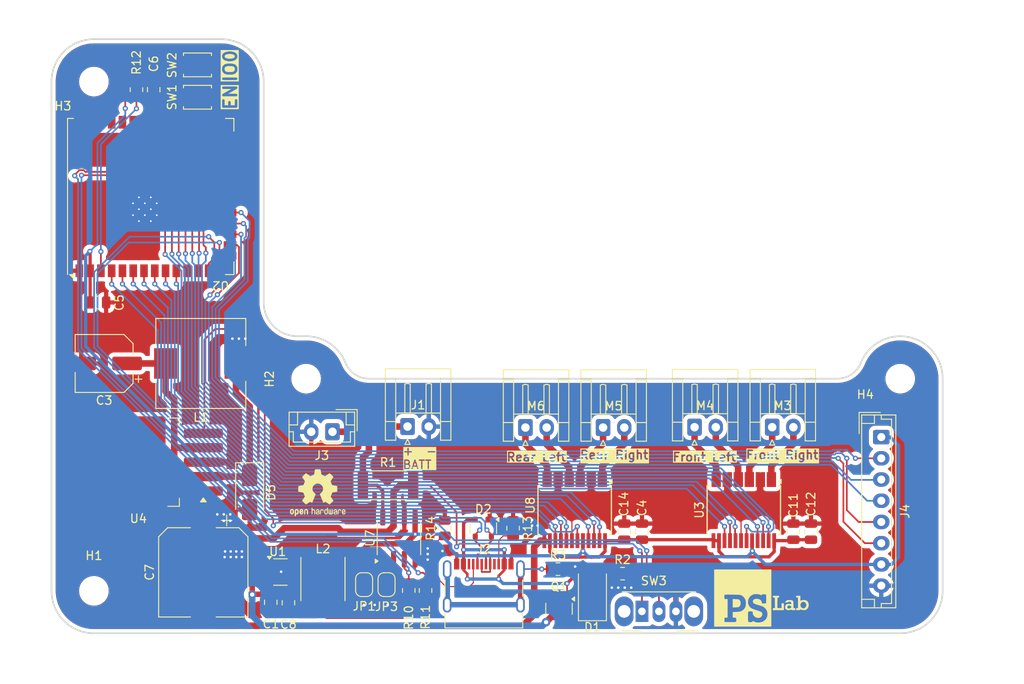
<source format=kicad_pcb>
(kicad_pcb (version 20241229) (generator "pcbnew") (generator_version "9.0")
  (layers (0 "F.Cu" signal) (2 "B.Cu" signal) (13 "F.Paste" user) (15 "B.Paste" user) (5 "F.SilkS" user "F.Silkscreen") (7 "B.SilkS" user "B.Silkscreen") (1 "F.Mask" user) (3 "B.Mask" user) (25 "Edge.Cuts" user))
  (net 0 "")
  (net 1 "GND")
  (net 2 "+5V")
  (net 3 "+3V3")
  (net 4 "VBUS")
  (net 5 "Net-(D5-K)")
  (net 6 "Net-(M5--)")
  (net 7 "Net-(M5-+)")
  (net 8 "Net-(M6-+)")
  (net 9 "Net-(M6--)")
  (net 10 "Net-(M3--)")
  (net 11 "Net-(M3-+)")
  (net 12 "Net-(M4--)")
  (net 13 "Net-(M4-+)")
  (net 14 "VBATT")
  (net 15 "/STBYA")
  (net 16 "/PWMA_1")
  (net 17 "/AIN1_1")
  (net 18 "/AIN1_2")
  (net 19 "/AIN2_1")
  (net 20 "/BIN2_1")
  (net 21 "/BIN2_2")
  (net 22 "/BIN1_2")
  (net 23 "Net-(JP1-A)")
  (net 24 "Net-(JP3-A)")
  (net 25 "/D-")
  (net 26 "/D+")
  (net 27 "/IN+")
  (net 28 "/BIN1_1")
  (net 29 "/AIN2_2")
  (net 30 "/PWMB_2")
  (net 31 "/PWMB_1")
  (net 32 "/PWMA_2")
  (net 33 "/EN")
  (net 34 "/DC")
  (net 35 "/SCL")
  (net 36 "/SDA")
  (net 37 "/RES")
  (net 38 "/IO0")
  (net 45 "/STBYB")
  (net 49 "Net-(SW3-B)")
  (net 50 "/CS")
  (net 51 "/CLK")
  (net 52 "/MISO")
  (net 56 "Net-(D1-K)")
  (net 57 "Net-(U1-SW)")
  (net 58 "Net-(J2-SHIELD)")
  (net 59 "Net-(J2-CC2)")
  (net 60 "Net-(J2-CC1)")
  (footprint "Capacitor_SMD:C_0805_2012Metric" (layer "F.Cu") (at 190.304265 121.925068 90)
    (property "Reference" "C11")
    (property "Value" "0.1uF")
  )
  (footprint "Package_TO_SOT_SMD:SOT-23-5" (layer "F.Cu") (at 129.8647 126.68)
    (property "Reference" "U1")
    (property "Value" "LM3671MFX-1.25_NOPB")
  )
  (footprint "Capacitor_SMD:CP_Elec_6.3x7.7" (layer "F.Cu") (at 109.093 102.108 180)
    (property "Reference" "C3")
    (property "Value" "220uF")
  )
  (footprint "Inductor_SMD:L_Taiyo-Yuden_MD-5050" (layer "F.Cu") (at 134.874 127.508 -90)
    (property "Reference" "L2")
    (property "Value" "22uH")
  )
  (footprint "Resistor_SMD:R_2512_6332Metric" (layer "F.Cu") (at 142.5448 116.459 180)
    (property "Reference" "R1")
    (property "Value" "0.01")
  )
  (footprint "Resistor_SMD:R_0805_2012Metric" (layer "F.Cu") (at 170.18 126.873)
    (property "Reference" "R2")
    (property "Value" "100K")
  )
  (footprint "Connector_JST:JST_EH_S2B-EH_1x02_P2.50mm_Horizontal" (layer "F.Cu") (at 167.878265 109.659068)
    (property "Reference" "M5")
    (property "Value" "Motor_DC")
  )
  (footprint "RF_Module:ESP32-S3-WROOM-1U" (layer "F.Cu") (at 114.582 82.436 90)
    (property "Reference" "U2")
    (property "Value" "ESP32-S3-WROOM-1")
  )
  (footprint "Capacitor_SMD:C_0805_2012Metric" (layer "F.Cu") (at 172.466 121.925068 90)
    (property "Reference" "C4")
    (property "Value" "0.1uF")
  )
  (footprint "Capacitor_SMD:C_0805_2012Metric" (layer "F.Cu") (at 192.3796 121.925068 90)
    (property "Reference" "C12")
    (property "Value" "0.1uF")
  )
  (footprint "Connector_JST:JST_EH_S2B-EH_1x02_P2.50mm_Horizontal" (layer "F.Cu") (at 187.804265 109.618068)
    (property "Reference" "M3")
    (property "Value" "Motor_DC")
  )
  (footprint "Button_Switch_SMD:SW_SPST_B3U-1000P" (layer "F.Cu") (at 120.093 70.739 180)
    (property "Reference" "SW1")
    (property "Value" "SW_EN")
  )
  (footprint "Connector_USB:USB_C_Receptacle_G-Switch_GT-USB-7010ASV" (layer "F.Cu") (at 153.83 129.475)
    (property "Reference" "J2")
    (property "Value" "USB_C_Receptacle_USB2.0_14P")
  )
  (footprint "Package_TO_SOT_SMD:SOT-23" (layer "F.Cu") (at 162.687 131.0155 -90)
    (property "Reference" "Q1")
    (property "Value" "AO3401A")
  )
  (footprint "MountingHole:MountingHole_3.2mm_M3" (layer "F.Cu") (at 107.890265 68.900066)
    (property "Reference" "H3")
    (property "Value" "MountingHole")
  )
  (footprint "Diode_SMD:D_SMA" (layer "F.Cu") (at 126.238 117.316 -90)
    (property "Reference" "D5")
    (property "Value" "SS34")
  )
  (footprint "Package_SO:SOIC-8_3.9x4.9mm_P1.27mm" (layer "F.Cu") (at 143.829 122.697 90)
    (property "Reference" "U7")
    (property "Value" "INA219AxD")
  )
  (footprint "Capacitor_SMD:C_0805_2012Metric" (layer "F.Cu") (at 170.378265 121.925068 90)
    (property "Reference" "C14")
    (property "Value" "0.1uF")
  )
  (footprint "MountingHole:MountingHole_3.2mm_M3" (layer "F.Cu") (at 202.890266 103.900067)
    (property "Reference" "H4")
    (property "Value" "MountingHole")
  )
  (footprint "Package_TO_SOT_SMD:SOT-143" (layer "F.Cu") (at 153.7716 121.5 -90)
    (property "Reference" "D2")
    (property "Value" "SP0503BAHT")
  )
  (footprint "Capacitor_SMD:C_0805_2012Metric" (layer "F.Cu") (at 108.3818 94.9198)
    (property "Reference" "C5")
    (property "Value" "10uF")
  )
  (footprint "Connector_JST:JST_EH_S2B-EH_1x02_P2.50mm_Horizontal" (layer "F.Cu") (at 144.840265 109.540068)
    (property "Reference" "J1")
    (property "Value" "Battery")
  )
  (footprint "Connector_JST:JST_EH_S2B-EH_1x02_P2.50mm_Horizontal" (layer "F.Cu") (at 158.734265 109.659068)
    (property "Reference" "M6")
    (property "Value" "Motor_DC")
  )
  (footprint "Resistor_SMD:R_0805_2012Metric" (layer "F.Cu") (at 144.9832 128.8542 90)
    (property "Reference" "R10")
    (property "Value" "4.7K")
  )
  (footprint "Package_TO_SOT_SMD:TO-263-5_TabPin3" (layer "F.Cu") (at 113.1318 113.7376 180)
    (property "Reference" "U4")
    (property "Value" "LM2596S-5")
  )
  (footprint "Resistor_SMD:R_0805_2012Metric" (layer "F.Cu") (at 112.903 69.85 -90)
    (property "Reference" "R12")
    (property "Value" "100K")
  )
  (footprint "Capacitor_SMD:C_0805_2012Metric" (layer "F.Cu") (at 114.935 69.85 90)
    (property "Reference" "C6")
    (property "Value" "100uF")
  )
  (footprint "Symbol:OSHW-Logo2_7.3x6mm_SilkScreen" (layer "F.Cu") (at 134.2644 117.348)
    (property "Reference" "REF**" (hide yes))
    (property "Value" "OSHW-Logo2_7.3x6mm_SilkScreen" (hide yes))
  )
  (footprint "Package_SO:SSOP-24_5.3x8.2mm_P0.65mm" (layer "F.Cu") (at 184.462265 119.385068 -90)
    (property "Reference" "U3")
    (property "Value" "TB6612FNG")
  )
  (footprint "Package_SO:SSOP-24_5.3x8.2mm_P0.65mm" (layer "F.Cu") (at 164.536265 119.385068 -90)
    (property "Reference" "U8")
    (property "Value" "TB6612FNG")
  )
  (footprint "MountingHole:MountingHole_3.2mm_M3" (layer "F.Cu") (at 107.890265 128.900066)
    (property "Reference" "H1")
    (property "Value" "MountingHole")
  )
  (footprint "Resistor_SMD:R_0805_2012Metric" (layer "F.Cu") (at 157.2768 121.5136 90)
    (property "Reference" "R13")
    (property "Value" "5.1K")
  )
  (footprint "Diode_SMD:D_SMA" (layer "F.Cu") (at 166.624 128.905 90)
    (property "Reference" "D1")
    (property "Value" "SS34")
  )
  (footprint "Jumper:SolderJumper-2_P1.3mm_Open_RoundedPad1.0x1.5mm" (layer "F.Cu") (at 139.7254 128.1684 -90)
    (property "Reference" "JP1")
    (property "Value" "A1")
  )
  (footprint "Jumper:SolderJumper-2_P1.3mm_Open_RoundedPad1.0x1.5mm" (layer "F.Cu") (at 142.367 128.1684 -90)
    (property "Reference" "JP3")
    (property "Value" "A0")
  )
  (footprint "Resistor_SMD:R_0805_2012Metric" (layer "F.Cu") (at 149.225 121.5136 90)
    (property "Reference" "R14")
    (property "Value" "5.1K")
  )
  (footprint "MountingHole:MountingHole_3.2mm_M3" (layer "F.Cu") (at 132.890266 103.900066)
    (property "Reference" "H2")
    (property "Value" "MountingHole")
  )
  (footprint "Capacitor_SMD:C_0805_2012Metric" (layer "F.Cu") (at 130.81 130.302 -90)
    (property "Reference" "C8")
    (property "Value" "10uF")
  )
  (footprint "Button_Switch_SMD:SW_SPST_B3U-1000P" (layer "F.Cu") (at 120.093 66.929 180)
    (property "Reference" "SW2")
    (property "Value" "SW_IO0")
  )
  (footprint "Connector_JST:JST_EH_B8B-EH-A_1x08_P2.50mm_Vertical" (layer "F.Cu") (at 200.66 110.784 -90)
    (property "Reference" "J4")
    (property "Value" "Display Connector")
  )
  (footprint "Connector_JST:JST_EH_S2B-EH_1x02_P2.50mm_Horizontal" (layer "F.Cu") (at 178.660265 109.618068)
    (property "Reference" "M4")
    (property "Value" "Motor_DC")
  )
  (footprint "Capacitor_SMD:C_0805_2012Metric" (layer "F.Cu") (at 128.7272 130.2512 -90)
    (property "Reference" "C1")
    (property "Value" "10uF")
  )
  (footprint "Inductor_SMD:L_10.4x10.4_H4.8" (layer "F.Cu") (at 120.482 102.108 180)
    (property "Reference" "L1")
    (property "Value" "33uH")
  )
  (footprint "Resistor_SMD:R_0805_2012Metric" (layer "F.Cu") (at 146.9644 128.8542 90)
    (property "Reference" "R11")
    (property "Value" "4.7K")
  )
  (footprint "Connector_JST:JST_EH_B2B-EH-A_1x02_P2.50mm_Vertical" (layer "F.Cu") (at 135.997 110.155 180)
    (property "Reference" "J3")
    (property "Value" "Recharge Connector")
  )
  (footprint "Button_Switch_THT:SW_Slide_SPDT_Angled_CK_OS102011MA1Q" (layer "F.Cu") (at 172.462 131.318)
    (property "Reference" "SW3")
    (property "Value" "SW_SPDT")
  )
  (footprint "Capacitor_SMD:CP_Elec_10x10" (layer "F.Cu") (at 120.777 126.7206 -90)
    (property "Reference" "C7")
    (property "Value" "680uF")
  )
  (footprint "Resistor_SMD:R_0805_2012Metric" (layer "F.Cu") (at 162.56 126.3396)
    (property "Reference" "R3")
    (property "Value" "0")
  )
  (gr_poly (pts (xy 188.623222 129.581853) (xy 188.623044 129.597578) (xy 188.622457 129.611742) (xy 188.621385 129.624439) (xy 188.620643 129.630267) (xy 188.61975 129.635762) (xy 188.618696 129.640936) (xy 188.617473 129.645802) (xy 188.616071 129.650371) (xy 188.614479 129.654655) (xy 188.612688 129.658664) (xy 188.610688 129.662411) (xy 188.60847 129.665908) (xy 188.606024 129.669165) (xy 188.603341 129.672195) (xy 188.60041 129.67501) (xy 188.597221 129.67762) (xy 188.593767 129.680038) (xy 188.590035 129.682275) (xy 188.586018 129.684343) (xy 188.581704 129.686253) (xy 188.577085 129.688017) (xy 188.572151 129.689647) (xy 188.566892 129.691154) (xy 188.555361 129.693846) (xy 188.542413 129.696187) (xy 188.527972 129.698269) (xy 188.429195 129.708853) (xy 188.418611 130.31563) (xy 188.411555 130.925936) (xy 188.6585 130.925936) (xy 188.905444 130.925936) (xy 188.905444 130.643714) (xy 188.905444 130.361491) (xy 189.046555 130.361491) (xy 189.187666 130.361491) (xy 189.187666 130.767186) (xy 189.187666 131.172881) (xy 188.535028 131.172881) (xy 187.882389 131.172881) (xy 187.882389 131.049408) (xy 187.882497 131.028837) (xy 187.88292 131.010679) (xy 187.883807 130.994784) (xy 187.88531 130.981002) (xy 187.886339 130.974858) (xy 187.887578 130.969185) (xy 187.889046 130.963966) (xy 187.890761 130.959181) (xy 187.892742 130.954813) (xy 187.895007 130.950841) (xy 187.897577 130.947249) (xy 187.900469 130.944016) (xy 187.903702 130.941124) (xy 187.907294 130.938555) (xy 187.911266 130.936289) (xy 187.915634 130.934308) (xy 187.920419 130.932593) (xy 187.925638 130.931125) (xy 187.93131 130.929886) (xy 187.937455 130.928858) (xy 187.951236 130.927355) (xy 187.967131 130.926467) (xy 187.985289 130.926044) (xy 188.005861 130.925936) (xy 188.129333 130.925936) (xy 188.122278 130.31563) (xy 188.111694 129.708853) (xy 187.998806 129.698269) (xy 187.980639 129.696226) (xy 187.964431 129.693991) (xy 187.950072 129.691456) (xy 187.937456 129.688513) (xy 187.931766 129.686854) (xy 187.926472 129.685053) (xy 187.921558 129.683096) (xy 187.917012 129.680968) (xy 187.91282 129.678657) (xy 187.908969 129.676149) (xy 187.905444 129.673431) (xy 187.902233 129.670488) (xy 187.899321 129.667308) (xy 187.896696 129.663876) (xy 187.894343 129.66018) (xy 187.892249 129.656205) (xy 187.8904 129.651938) (xy 187.888784 129.647365) (xy 187.887386 129.642474) (xy 187.886192 129.63725) (xy 187.88519 129.631679) (xy 187.884366 129.625749) (xy 187.883195 129.612755) (xy 187.882572 129.598159) (xy 187.882389 129.581853) (xy 187.882389 129.479547) (xy 188.252805 129.479547) (xy 188.623222 129.479547)) (fill yes) (layer "F.SilkS"))
  (gr_poly (pts (xy 187.706 129.74413) (xy 187.706 133.113158) (xy 184.336972 133.113158) (xy 180.967945 133.113158) (xy 180.967945 129.74413) (xy 180.967945 129.518174) (xy 182.170786 129.518174) (xy 182.171083 129.55793) (xy 182.172288 129.599505) (xy 182.174445 129.641825) (xy 182.185028 129.849964) (xy 182.372 129.860547) (xy 182.555445 129.87113) (xy 182.555445 130.961214) (xy 182.555445 132.051297) (xy 182.372 132.06188) (xy 182.185028 132.072464) (xy 182.185028 132.319408) (xy 182.185028 132.566352) (xy 182.834139 132.576936) (xy 182.991332 132.578755) (xy 183.127276 132.57892) (xy 183.242548 132.577432) (xy 183.292614 132.576068) (xy 183.33773 132.57429) (xy 183.377967 132.572099) (xy 183.413398 132.569494) (xy 183.444095 132.566476) (xy 183.470131 132.563045) (xy 183.491579 132.5592) (xy 183.50851 132.554942) (xy 183.520997 132.550271) (xy 183.525596 132.54778) (xy 183.529111 132.545185) (xy 183.534578 132.539725) (xy 183.539733 132.532674) (xy 183.544572 132.524135) (xy 183.549093 132.514214) (xy 183.557172 132.490639) (xy 183.563948 132.462779) (xy 183.569402 132.431467) (xy 183.573512 132.397536) (xy 183.576258 132.361816) (xy 183.577618 132.325141) (xy 183.577574 132.288341) (xy 183.576103 132.252249) (xy 183.573185 132.217698) (xy 183.568799 132.185518) (xy 183.562925 132.156542) (xy 183.555542 132.131602) (xy 183.551279 132.120906) (xy 183.54663 132.11153) (xy 183.541593 132.10358) (xy 183.536167 132.097158) (xy 183.530728 132.092613) (xy 183.523744 132.088249) (xy 183.515323 132.084081) (xy 183.505575 132.080126) (xy 183.494606 132.076397) (xy 183.482527 132.072912) (xy 183.469445 132.069684) (xy 183.455469 132.066731) (xy 183.440708 132.064067) (xy 183.425269 132.061708) (xy 183.409263 132.059669) (xy 183.392796 132.057967) (xy 183.375978 132.056615) (xy 183.358917 132.055631) (xy 183.341722 132.055029) (xy 183.324501 132.054825) (xy 183.155167 132.054825) (xy 183.155167 131.948991) (xy 184.951688 131.948991) (xy 184.954499 132.156069) (xy 184.962933 132.339583) (xy 184.969258 132.415139) (xy 184.976989 132.475967) (xy 184.986125 132.519122) (xy 184.99122 132.533151) (xy 184.996667 132.541658) (xy 185.002269 132.546203) (xy 185.009731 132.550567) (xy 185.018929 132.554735) (xy 185.02974 132.558691) (xy 185.042039 132.562419) (xy 185.055702 132.565905) (xy 185.070606 132.569132) (xy 185.086625 132.572085) (xy 185.121517 132.577108) (xy 185.159386 132.580849) (xy 185.199239 132.583185) (xy 185.240084 132.583991) (xy 185.269834 132.583819) (xy 185.29701 132.583275) (xy 185.321769 132.582317) (xy 185.344263 132.580905) (xy 185.36465 132.578996) (xy 185.374101 132.577843) (xy 185.383083 132.57655) (xy 185.391615 132.575113) (xy 185.399717 132.573525) (xy 185.407409 132.571783) (xy 185.414709 132.56988) (xy 185.421637 132.567812) (xy 185.428212 132.565574) (xy 185.434454 132.56316) (xy 185.440382 132.560565) (xy 185.446015 132.557784) (xy 185.451373 132.554812) (xy 185.456476 132.551643) (xy 185.461342 132.548273) (xy 185.46599 132.544696) (xy 185.470442 132.540907) (xy 185.474715 132.536901) (xy 185.478829 132.532673) (xy 185.482803 132.528218) (xy 185.486658 132.52353) (xy 185.490411 132.518604) (xy 185.494084 132.513436) (xy 185.543472 132.439352) (xy 185.663417 132.509908) (xy 185.718138 132.538351) (xy 185.777401 132.562825) (xy 185.840623 132.58333) (xy 185.907219 132.599866) (xy 185.976606 132.612434) (xy 186.0482 132.621033) (xy 186.121416 132.625663) (xy 186.19567 132.626325) (xy 186.27038 132.623017) (xy 186.34496 132.615741) (xy 186.418827 132.604497) (xy 186.491397 132.589283) (xy 186.562087 132.570101) (xy 186.630311 132.54695) (xy 186.695486 132.51983) (xy 186.757028 132.488742) (xy 186.819197 132.452505) (xy 186.877345 132.412667) (xy 186.93142 132.369346) (xy 186.981373 132.32266) (xy 187.027149 132.27273) (xy 187.068699 132.219673) (xy 187.10597 132.163608) (xy 187.13891 132.104655) (xy 187.167468 132.042931) (xy 187.191592 131.978557) (xy 187.211231 131.911651) (xy 187.226332 131.842331) (xy 187.236845 131.770717) (xy 187.242717 131.696928) (xy 187.243897 131.621081) (xy 187.240333 131.543297) (xy 187.235331 131.494925) (xy 187.228262 131.447689) (xy 187.219125 131.401569) (xy 187.207922 131.356546) (xy 187.194651 131.312596) (xy 187.179314 131.269702) (xy 187.161909 131.22784) (xy 187.142438 131.186992) (xy 187.120899 131.147135) (xy 187.097293 131.108251) (xy 187.07162 131.070317) (xy 187.04388 131.033313) (xy 187.014073 130.997219) (xy 186.982199 130.962013) (xy 186.948258 130.927676) (xy 186.91225 130.894186) (xy 186.884083 130.87) (xy 186.856081 130.847539) (xy 186.827666 130.826547) (xy 186.798259 130.806763) (xy 186.76728 130.787931) (xy 186.734152 130.76979) (xy 186.698296 130.752084) (xy 186.659132 130.734554) (xy 186.616082 130.716941) (xy 186.568567 130.698987) (xy 186.457828 130.661022) (xy 186.322284 130.618592) (xy 186.157306 130.56963) (xy 186.074412 130.544943) (xy 186.000003 130.522281) (xy 185.933552 130.501356) (xy 185.874532 130.481877) (xy 185.822417 130.463556) (xy 185.798783 130.454739) (xy 185.776678 130.446103) (xy 185.756035 130.437612) (xy 185.736789 130.429229) (xy 185.718873 130.420919) (xy 185.702222 130.412644) (xy 185.686771 130.40437) (xy 185.672452 130.39606) (xy 185.6592 130.387677) (xy 185.646949 130.379186) (xy 185.635634 130.37055) (xy 185.625188 130.361733) (xy 185.615546 130.352699) (xy 185.606642 130.343412) (xy 185.598409 130.333835) (xy 185.590782 130.323933) (xy 185.583695 130.313669) (xy 185.577083 130.303008) (xy 185.570878 130.291912) (xy 185.565016 130.280346) (xy 185.559431 130.268273) (xy 185.554056 130.255658) (xy 185.545949 130.233959) (xy 185.53947 130.212534) (xy 185.534595 130.191412) (xy 185.531297 130.17062) (xy 185.529553 130.150183) (xy 185.529336 130.130131) (xy 185.530622 130.110489) (xy 185.533385 130.091286) (xy 185.5376 130.072547) (xy 185.543242 130.054301) (xy 185.550286 130.036574) (xy 185.558707 130.019394) (xy 185.568478 130.002787) (xy 185.579576 129.986781) (xy 185.591975 129.971402) (xy 185.60565 129.956679) (xy 185.620575 129.942638) (xy 185.636725 129.929306) (xy 185.654076 129.916711) (xy 185.672602 129.904879) (xy 185.692277 129.893837) (xy 185.713077 129.883614) (xy 185.734977 129.874235) (xy 185.75795 129.865729) (xy 185.781973 129.858121) (xy 185.80702 129.85144) (xy 185.833065 129.845712) (xy 185.860084 129.840965) (xy 185.888051 129.837226) (xy 185.916941 129.834521) (xy 185.946728 129.832879) (xy 185.977389 129.832325) (xy 186.007314 129.832859) (xy 186.036875 129.834444) (xy 186.066036 129.837057) (xy 186.094764 129.840676) (xy 186.123024 129.845276) (xy 186.150782 129.850835) (xy 186.178004 129.85733) (xy 186.204655 129.864736) (xy 186.230702 129.873032) (xy 186.25611 129.882193) (xy 186.280845 129.892196) (xy 186.304873 129.903018) (xy 186.328159 129.914636) (xy 186.35067 129.927027) (xy 186.37237 129.940167) (xy 186.393226 129.954033) (xy 186.413204 129.968602) (xy 186.432268 129.983851) (xy 186.450386 129.999755) (xy 186.467523 130.016293) (xy 186.483644 130.033441) (xy 186.498716 130.051175) (xy 186.512703 130.069472) (xy 186.525573 130.088309) (xy 186.53729 130.107663) (xy 186.54782 130.127511) (xy 186.55713 130.147829) (xy 186.565184 130.168594) (xy 186.571949 130.189782) (xy 186.577391 130.211372) (xy 186.581475 130.233338) (xy 186.584167 130.255658) (xy 186.59475 130.379131) (xy 186.841695 130.379131) (xy 187.088639 130.379131) (xy 187.099222 129.888769) (xy 187.101041 129.772835) (xy 187.101207 129.671039) (xy 187.100669 129.625418) (xy 187.099718 129.5833) (xy 187.098354 129.544675) (xy 187.096576 129.509533) (xy 187.094385 129.477864) (xy 187.091781 129.449657) (xy 187.088763 129.424903) (xy 187.085332 129.40359) (xy 187.081487 129.385708) (xy 187.077229 129.371247) (xy 187.074945 129.365296) (xy 187.072558 129.360197) (xy 187.070067 129.355948) (xy 187.067473 129.352547) (xy 187.062102 129.34676) (xy 187.055263 129.341309) (xy 187.046978 129.336199) (xy 187.037266 129.331436) (xy 187.026149 129.327023) (xy 187.013646 129.322968) (xy 186.99978 129.319274) (xy 186.98457 129.315947) (xy 186.968037 129.312992) (xy 186.950201 129.310414) (xy 186.931084 129.308218) (xy 186.910707 129.306411) (xy 186.889089 129.304995) (xy 186.866251 129.303978) (xy 186.817 129.303158) (xy 186.784931 129.303291) (xy 186.75607 129.303723) (xy 186.730238 129.304507) (xy 186.718401 129.305047) (xy 186.707253 129.305694) (xy 186.696772 129.306455) (xy 186.686935 129.307336) (xy 186.677719 129.308343) (xy 186.669102 129.309484) (xy 186.661061 129.310764) (xy 186.653574 129.31219) (xy 186.646618 129.313768) (xy 186.64017 129.315506) (xy 186.634208 129.317408) (xy 186.628709 129.319483) (xy 186.623651 129.321736) (xy 186.61901 129.324173) (xy 186.614765 129.326802) (xy 186.610893 129.329629) (xy 186.607371 129.332659) (xy 186.604176 129.335901) (xy 186.601286 129.339359) (xy 186.598678 129.34304) (xy 186.596331 129.346952) (xy 186.59422 129.3511) (xy 186.592323 129.355491) (xy 186.590619 129.360132) (xy 186.589083 129.365028) (xy 186.587695 129.370186) (xy 186.584512 129.381968) (xy 186.581411 129.392173) (xy 186.578145 129.400797) (xy 186.574465 129.407834) (xy 186.572393 129.410756) (xy 186.570125 129.41328) (xy 186.567629 129.415404) (xy 186.564874 129.417129) (xy 186.561831 129.418453) (xy 186.558466 129.419376) (xy 186.554751 129.419897) (xy 186.550653 129.420016) (xy 186.546142 129.419732) (xy 186.541186 129.419043) (xy 186.529817 129.416454) (xy 186.516298 129.412241) (xy 186.500382 129.406401) (xy 186.48182 129.398928) (xy 186.460364 129.389816) (xy 186.407778 129.366658) (xy 186.371749 129.353193) (xy 186.331545 129.340627) (xy 186.287785 129.329033) (xy 186.24109 129.318482) (xy 186.19208 129.309048) (xy 186.141376 129.300802) (xy 186.089596 129.293817) (xy 186.037361 129.288165) (xy 185.985292 129.283919) (xy 185.934008 129.281151) (xy 185.88413 129.279933) (xy 185.836278 129.280338) (xy 185.791071 129.282438) (xy 185.749131 129.286305) (xy 185.711076 129.292012) (xy 185.677528 129.299631) (xy 185.605034 129.321523) (xy 185.53579 129.347442) (xy 185.469905 129.377277) (xy 185.407488 129.410921) (xy 185.348646 129.448265) (xy 185.293489 129.4892) (xy 185.242126 129.533619) (xy 185.194663 129.581412) (xy 185.151211 129.632471) (xy 185.111878 129.686687) (xy 185.076771 129.743952) (xy 185.046001 129.804158) (xy 185.019674 129.867195) (xy 184.9979 129.932956) (xy 184.980788 130.001332) (xy 184.968445 130.072214) (xy 184.964463 130.107214) (xy 184.961768 130.142079) (xy 184.960344 130.176778) (xy 184.960176 130.211278) (xy 184.961249 130.245549) (xy 184.963546 130.279558) (xy 184.967052 130.313273) (xy 184.971752 130.346664) (xy 184.97763 130.379698) (xy 184.984671 130.412344) (xy 184.992859 130.44457) (xy 185.002179 130.476344) (xy 185.012615 130.507635) (xy 185.024152 130.538412) (xy 185.036774 130.568642) (xy 185.050466 130.598294) (xy 185.065211 130.627336) (xy 185.080996 130.655736) (xy 185.097804 130.683464) (xy 185.115619 130.710487) (xy 185.134427 130.736773) (xy 185.154211 130.762291) (xy 185.174957 130.78701) (xy 185.196648 130.810897) (xy 185.219269 130.833922) (xy 185.242805 130.856051) (xy 185.267241 130.877255) (xy 185.292559 130.8975) (xy 185.318746 130.916756) (xy 185.345786 130.934991) (xy 185.373663 130.952172) (xy 185.402362 130.968269) (xy 185.445418 130.989422) (xy 185.504061 131.015123) (xy 185.575684 131.044296) (xy 185.657684 131.075866) (xy 185.747457 131.10876) (xy 185.842397 131.141902) (xy 185.939899 131.174217) (xy 186.037361 131.20463) (xy 186.101519 131.225153) (xy 186.16053 131.244456) (xy 186.214622 131.262642) (xy 186.264021 131.279816) (xy 186.308955 131.29608) (xy 186.349652 131.311539) (xy 186.386339 131.326294) (xy 186.419243 131.34045) (xy 186.448592 131.35411) (xy 186.474613 131.367377) (xy 186.497533 131.380354) (xy 186.51758 131.393146) (xy 186.526597 131.399504) (xy 186.534982 131.405855) (xy 186.542761 131.412211) (xy 186.549964 131.418584) (xy 186.55662 131.424989) (xy 186.562756 131.431438) (xy 186.568401 131.437944) (xy 186.573584 131.444519) (xy 186.591143 131.468718) (xy 186.606159 131.493627) (xy 186.618692 131.519148) (xy 186.628802 131.545185) (xy 186.63655 131.57164) (xy 186.641998 131.598417) (xy 186.645206 131.625418) (xy 186.646234 131.652548) (xy 186.645143 131.679708) (xy 186.641995 131.706803) (xy 186.636849 131.733735) (xy 186.629766 131.760407) (xy 186.620808 131.786722) (xy 186.610034 131.812584) (xy 186.597506 131.837896) (xy 186.583285 131.862561) (xy 186.56743 131.886481) (xy 186.550004 131.90956) (xy 186.531065 131.931702) (xy 186.510676 131.952808) (xy 186.488897 131.972783) (xy 186.465788 131.99153) (xy 186.441411 132.00895) (xy 186.415826 132.024949) (xy 186.389093 132.039428) (xy 186.361274 132.052291) (xy 186.33243 132.063441) (xy 186.30262 132.07278) (xy 186.271906 132.080213) (xy 186.240348 132.085643) (xy 186.208008 132.088971) (xy 186.174945 132.090102) (xy 186.144197 132.088994) (xy 186.113509 132.086364) (xy 186.082942 132.082262) (xy 186.052554 132.076735) (xy 186.022407 132.069834) (xy 185.992561 132.061608) (xy 185.963074 132.052105) (xy 185.934009 132.041375) (xy 185.905424 132.029467) (xy 185.877379 132.016429) (xy 185.849935 132.002311) (xy 185.823152 131.987163) (xy 185.79709 131.971033) (xy 185.771809 131.953969) (xy 185.747369 131.936023) (xy 185.72383 131.917241) (xy 185.701253 131.897674) (xy 185.679696 131.877371) (xy 185.659221 131.856381) (xy 185.639887 131.834752) (xy 185.621755 131.812534) (xy 185.604884 131.789776) (xy 185.589335 131.766528) (xy 185.575167 131.742837) (xy 185.562442 131.718754) (xy 185.551218 131.694327) (xy 185.541556 131.669605) (xy 185.533516 131.644638) (xy 185.527158 131.619475) (xy 185.522543 131.594164) (xy 185.519729 131.568755) (xy 185.518778 131.543297) (xy 185.518574 131.528097) (xy 185.517972 131.51298) (xy 185.516988 131.498029) (xy 185.515636 131.483325) (xy 185.513933 131.468952) (xy 185.511895 131.454992) (xy 185.509536 131.441529) (xy 185.506872 131.428644) (xy 185.503918 131.416421) (xy 185.500691 131.404942) (xy 185.497206 131.39429) (xy 185.493477 131.384547) (xy 185.489521 131.375796) (xy 185.485354 131.368121) (xy 185.48099 131.361603) (xy 185.478739 131.358804) (xy 185.476445 131.356325) (xy 185.470263 131.351198) (xy 185.462375 131.346403) (xy 185.452896 131.341938) (xy 185.441939 131.337804) (xy 185.416045 131.330528) (xy 185.385605 131.324575) (xy 185.351526 131.319945) (xy 185.314718 131.316637) (xy 185.276092 131.314653) (xy 185.236556 131.313992) (xy 185.19702 131.314653) (xy 185.158394 131.316637) (xy 185.121586 131.319945) (xy 185.087507 131.324575) (xy 185.057066 131.330528) (xy 185.031173 131.337804) (xy 185.020216 131.341938) (xy 185.010737 131.346403) (xy 185.002849 131.351198) (xy 184.996667 131.356325) (xy 184.99122 131.364831) (xy 184.986125 131.378861) (xy 184.976989 131.422016) (xy 184.969258 131.482844) (xy 184.962933 131.5584) (xy 184.954499 131.741914) (xy 184.951688 131.948991) (xy 183.155167 131.948991) (xy 183.155167 131.723214) (xy 183.155167 131.391602) (xy 183.571445 131.377492) (xy 183.686346 131.371945) (xy 183.737233 131.36888) (xy 183.784214 131.36553) (xy 183.827639 131.361829) (xy 183.867861 131.35771) (xy 183.90523 131.353104) (xy 183.940098 131.347946) (xy 183.972816 131.342168) (xy 184.003735 131.335702) (xy 184.033208 131.328482) (xy 184.061585 131.320441) (xy 184.089218 131.31151) (xy 184.116459 131.301623) (xy 184.143658 131.290714) (xy 184.171167 131.278714) (xy 184.211785 131.259634) (xy 184.251541 131.238192) (xy 184.290315 131.214508) (xy 184.327988 131.1887) (xy 184.364441 131.160887) (xy 184.399556 131.131188) (xy 184.433214 131.099721) (xy 184.465295 131.066606) (xy 184.495682 131.031961) (xy 184.524255 130.995906) (xy 184.550895 130.958558) (xy 184.575483 130.920038) (xy 184.597902 130.880463) (xy 184.61803 130.839953) (xy 184.635751 130.798627) (xy 184.650945 130.756602) (xy 184.663347 130.715675) (xy 184.674096 130.671274) (xy 184.683191 130.623897) (xy 184.690632 130.57404) (xy 184.69642 130.522198) (xy 184.700554 130.468868) (xy 184.703035 130.414546) (xy 184.703861 130.359727) (xy 184.703035 130.304909) (xy 184.700554 130.250587) (xy 184.69642 130.197257) (xy 184.690632 130.145415) (xy 184.683191 130.095558) (xy 184.674096 130.048181) (xy 184.663347 130.00378) (xy 184.650945 129.962852) (xy 184.635984 129.922801) (xy 184.617741 129.882217) (xy 184.596491 129.841395) (xy 184.572507 129.80063) (xy 184.546063 129.760216) (xy 184.517434 129.720449) (xy 184.486892 129.681622) (xy 184.454712 129.64403) (xy 184.421168 129.607967) (xy 184.386534 129.573729) (xy 184.351083 129.54161) (xy 184.315089 129.511903) (xy 184.278827 129.484905) (xy 184.24257 129.460909) (xy 184.206592 129.44021) (xy 184.171167 129.423103) (xy 184.120193 129.403996) (xy 184.060373 129.388652) (xy 183.984512 129.376532) (xy 183.885417 129.367099) (xy 183.755895 129.359816) (xy 183.588753 129.354146) (xy 183.112834 129.345492) (xy 182.851723 129.342239) (xy 182.741508 129.341213) (xy 182.64386 129.340641) (xy 182.558036 129.340565) (xy 182.483291 129.341027) (xy 182.418881 129.342067) (xy 182.364063 129.343728) (xy 182.318092 129.34605) (xy 182.298191 129.347472) (xy 182.280223 129.349075) (xy 182.264095 129.350863) (xy 182.249713 129.352843) (xy 182.236985 129.35502) (xy 182.225818 129.357398) (xy 182.216119 129.359982) (xy 182.207793 129.362779) (xy 182.20075 129.365793) (xy 182.194895 129.369028) (xy 182.190136 129.372492) (xy 182.186379 129.376187) (xy 182.183531 129.380121) (xy 182.181501 129.384297) (xy 182.1796 129.3906) (xy 182.177869 129.398835) (xy 182.174941 129.420567) (xy 182.172757 129.448417) (xy 182.171358 129.481311) (xy 182.170786 129.518174) (xy 180.967945 129.518174) (xy 180.967945 126.375103) (xy 184.336972 126.375103) (xy 187.706 126.375103)) (fill yes) (layer "F.SilkS"))
  (gr_poly (pts (xy 189.834333 129.974937) (xy 189.880434 129.976523) (xy 189.926329 129.979225) (xy 189.971185 129.983006) (xy 190.01417 129.987832) (xy 190.054453 129.993666) (xy 190.0912 130.000471) (xy 190.123582 130.008211) (xy 190.150764 130.01685) (xy 190.171916 130.026353) (xy 190.195632 130.038691) (xy 190.21662 130.050978) (xy 190.235044 130.063823) (xy 190.251071 130.077836) (xy 190.264865 130.093627) (xy 190.276592 130.111805) (xy 190.286418 130.13298) (xy 190.294507 130.157762) (xy 190.301025 130.186761) (xy 190.306138 130.220587) (xy 190.31001 130.259849) (xy 190.312807 130.305157) (xy 190.314695 130.357121) (xy 190.315839 130.416351) (xy 190.316556 130.559047) (xy 190.316556 130.925936) (xy 190.422388 130.925936) (xy 190.439855 130.926083) (xy 190.455296 130.926611) (xy 190.468835 130.927657) (xy 190.480597 130.929354) (xy 190.48585 130.930488) (xy 190.490705 130.931836) (xy 190.495178 130.933413) (xy 190.499283 130.935238) (xy 190.503038 130.937326) (xy 190.506456 130.939694) (xy 190.509554 130.942359) (xy 190.512347 130.945339) (xy 190.514851 130.948649) (xy 190.517081 130.952307) (xy 190.519052 130.956328) (xy 190.520781 130.960731) (xy 190.522282 130.965532) (xy 190.523571 130.970748) (xy 190.524664 130.976395) (xy 190.525576 130.982491) (xy 190.52692 130.996094) (xy 190.527726 131.011691) (xy 190.528118 131.029418) (xy 190.528222 131.049408) (xy 190.528222 131.172881) (xy 190.302444 131.172881) (xy 190.277155 131.172716) (xy 190.252925 131.172226) (xy 190.229821 131.171416) (xy 190.207911 131.17029) (xy 190.187262 131.168854) (xy 190.167941 131.167113) (xy 190.150015 131.165073) (xy 190.133552 131.162738) (xy 190.118619 131.160114) (xy 190.105282 131.157205) (xy 190.093609 131.154018) (xy 190.088418 131.152321) (xy 190.083668 131.150556) (xy 190.079367 131.148724) (xy 190.075524 131.146826) (xy 190.072148 131.144862) (xy 190.069247 131.142832) (xy 190.066828 131.140738) (xy 190.064901 131.13858) (xy 190.063475 131.136359) (xy 190.062556 131.134075) (xy 190.060442 131.128494) (xy 190.058043 131.123657) (xy 190.056726 131.121517) (xy 190.055324 131.119564) (xy 190.053833 131.117797) (xy 190.052248 131.116215) (xy 190.050565 131.11482) (xy 190.04878 131.113611) (xy 190.046887 131.112588) (xy 190.044882 131.11175) (xy 190.042761 131.111099) (xy 190.04052 131.110634) (xy 190.038153 131.110355) (xy 190.035656 131.110262) (xy 190.033025 131.110355) (xy 190.030255 131.110634) (xy 190.027342 131.111099) (xy 190.02428 131.11175) (xy 190.017696 131.113611) (xy 190.010466 131.116215) (xy 190.002553 131.119564) (xy 189.993922 131.123657) (xy 189.984537 131.128494) (xy 189.974361 131.134075) (xy 189.965618 131.137999) (xy 189.955344 131.141819) (xy 189.943666 131.145516) (xy 189.930705 131.149068) (xy 189.901436 131.155655) (xy 189.868528 131.161415) (xy 189.832975 131.166183) (xy 189.795768 131.169794) (xy 189.757899 131.172081) (xy 189.720361 131.172881) (xy 189.695449 131.172626) (xy 189.672206 131.171833) (xy 189.650482 131.170462) (xy 189.630127 131.168471) (xy 189.610992 131.165818) (xy 189.592927 131.162462) (xy 189.575782 131.158363) (xy 189.559406 131.153478) (xy 189.543651 131.147766) (xy 189.528366 131.141185) (xy 189.513401 131.133696) (xy 189.498607 131.125255) (xy 189.483834 131.115823) (xy 189.468931 131.105356) (xy 189.45375 131.093815) (xy 189.438139 131.081158) (xy 189.421796 131.067028) (xy 189.407106 131.053611) (xy 189.393987 131.040711) (xy 189.382356 131.028131) (xy 189.372131 131.015675) (xy 189.363229 131.003147) (xy 189.355567 130.990351) (xy 189.349063 130.977089) (xy 189.343633 130.963165) (xy 189.339196 130.948384) (xy 189.335668 130.932549) (xy 189.332967 130.915463) (xy 189.33101 130.89693) (xy 189.329715 130.876754) (xy 189.328998 130.854738) (xy 189.328778 130.830686) (xy 189.329713 130.802761) (xy 189.588038 130.802761) (xy 189.588269 130.811311) (xy 189.588951 130.819937) (xy 189.590089 130.82863) (xy 189.591683 130.837382) (xy 189.593738 130.846185) (xy 189.596255 130.855029) (xy 189.599237 130.863907) (xy 189.602687 130.87281) (xy 189.606607 130.88173) (xy 189.611 130.890658) (xy 189.616517 130.900321) (xy 189.622474 130.909467) (xy 189.628857 130.918093) (xy 189.635653 130.926198) (xy 189.642847 130.933781) (xy 189.650424 130.940841) (xy 189.658371 130.947377) (xy 189.666673 130.953387) (xy 189.675316 130.958869) (xy 189.684286 130.963823) (xy 189.693568 130.968248) (xy 189.703149 130.972142) (xy 189.713015 130.975503) (xy 189.72315 130.978331) (xy 189.733541 130.980624) (xy 189.744174 130.98238) (xy 189.755034 130.9836) (xy 189.766107 130.98428) (xy 189.777379 130.984421) (xy 189.788836 130.98402) (xy 189.812247 130.98159) (xy 189.836226 130.976978) (xy 189.860661 130.970176) (xy 189.885436 130.961172) (xy 189.910439 130.949957) (xy 189.935555 130.936519) (xy 189.949994 130.927961) (xy 189.963543 130.919481) (xy 189.976204 130.911074) (xy 189.987976 130.902737) (xy 189.998859 130.894464) (xy 190.008853 130.886251) (xy 190.017959 130.878094) (xy 190.026175 130.869988) (xy 190.033503 130.861928) (xy 190.039942 130.85391) (xy 190.045492 130.84593) (xy 190.050153 130.837983) (xy 190.053926 130.830064) (xy 190.056809 130.822169) (xy 190.058804 130.814293) (xy 190.05991 130.806433) (xy 190.060127 130.798582) (xy 190.059455 130.790738) (xy 190.057894 130.782894) (xy 190.055445 130.775048) (xy 190.052107 130.767193) (xy 190.047879 130.759327) (xy 190.042763 130.751444) (xy 190.036759 130.743539) (xy 190.029865 130.735608) (xy 190.022083 130.727648) (xy 190.013411 130.719652) (xy 190.003851 130.711617) (xy 189.993402 130.703538) (xy 189.982064 130.69541) (xy 189.969838 130.68723) (xy 189.956722 130.678992) (xy 189.933442 130.665303) (xy 189.912363 130.653326) (xy 189.893207 130.643032) (xy 189.875694 130.634398) (xy 189.859545 130.627397) (xy 189.851895 130.624501) (xy 189.844481 130.622003) (xy 189.837269 130.6199) (xy 189.830223 130.61819) (xy 189.82331 130.616868) (xy 189.816493 130.615932) (xy 189.809738 130.615379) (xy 189.803011 130.615205) (xy 189.796275 130.615406) (xy 189.789497 130.615981) (xy 189.782642 130.616924) (xy 189.775674 130.618235) (xy 189.768558 130.619908) (xy 189.761261 130.621941) (xy 189.74598 130.627073) (xy 189.729552 130.633606) (xy 189.711698 130.641513) (xy 189.692139 130.650769) (xy 189.683075 130.655532) (xy 189.674407 130.660556) (xy 189.666136 130.665831) (xy 189.658266 130.67135) (xy 189.6508 130.677104) (xy 189.643738 130.683085) (xy 189.637086 130.689284) (xy 189.630843 130.695693) (xy 189.625015 130.702304) (xy 189.619602 130.709108) (xy 189.614608 130.716096) (xy 189.610035 130.723261) (xy 189.605886 130.730594) (xy 189.602163 130.738086) (xy 189.598869 130.745729) (xy 189.596007 130.753516) (xy 189.593578 130.761436) (xy 189.591587 130.769483) (xy 189.590034 130.777647) (xy 189.588924 130.78592) (xy 189.588258 130.794294) (xy 189.588038 130.802761) (xy 189.329713 130.802761) (xy 189.33061 130.775982) (xy 189.332914 130.750256) (xy 189.336157 130.725603) (xy 189.340349 130.702018) (xy 189.345498 130.679493) (xy 189.351615 130.658021) (xy 189.358709 130.637595) (xy 189.36679 130.618208) (xy 189.375868 130.599852) (xy 189.385952 130.58252) (xy 189.397053 130.566206) (xy 189.409179 130.550902) (xy 189.422341 130.536601) (xy 189.436548 130.523297) (xy 189.451809 130.510981) (xy 189.468135 130.499647) (xy 189.485536 130.489288) (xy 189.50402 130.479897) (xy 189.523598 130.471466) (xy 189.544279 130.463988) (xy 189.566073 130.457457) (xy 189.58899 130.451865) (xy 189.61304 130.447206) (xy 189.638231 130.443471) (xy 189.664574 130.440654) (xy 189.720754 130.437745) (xy 189.781657 130.438423) (xy 189.847361 130.44263) (xy 189.888451 130.445621) (xy 189.924559 130.447867) (xy 189.955913 130.449204) (xy 189.98274 130.449465) (xy 189.994527 130.449142) (xy 190.005267 130.448487) (xy 190.01499 130.447481) (xy 190.023722 130.446103) (xy 190.031494 130.444332) (xy 190.038333 130.442148) (xy 190.044268 130.43953) (xy 190.049326 130.436457) (xy 190.053538 130.432908) (xy 190.05693 130.428864) (xy 190.059531 130.424303) (xy 190.06137 130.419204) (xy 190.062476 130.413547) (xy 190.062876 130.407311) (xy 190.062599 130.400476) (xy 190.061673 130.393021) (xy 190.060128 130.384925) (xy 190.057991 130.376168) (xy 190.05529 130.366728) (xy 190.052055 130.356586) (xy 190.044093 130.33411) (xy 190.034333 130.308575) (xy 190.029116 130.295657) (xy 190.023396 130.283362) (xy 190.017189 130.271695) (xy 190.010507 130.260661) (xy 190.003365 130.250261) (xy 189.995777 130.240502) (xy 189.987758 130.231385) (xy 189.979322 130.222916) (xy 189.970482 130.215098) (xy 189.961254 130.207935) (xy 189.951651 130.201431) (xy 189.941687 130.19559) (xy 189.931378 130.190415) (xy 189.920736 130.185911) (xy 189.909777 130.182081) (xy 189.898514 130.178929) (xy 189.886961 130.17646) (xy 189.875133 130.174676) (xy 189.863045 130.173583) (xy 189.850709 130.173183) (xy 189.838141 130.17348) (xy 189.825355 130.17448) (xy 189.812365 130.176184) (xy 189.799185 130.178598) (xy 189.785829 130.181725) (xy 189.772311 130.18557) (xy 189.758646 130.190134) (xy 189.744848 130.195424) (xy 189.730932 130.201443) (xy 189.71691 130.208193) (xy 189.702799 130.215681) (xy 189.688611 130.223908) (xy 189.671692 130.233377) (xy 189.65529 130.241947) (xy 189.639342 130.249628) (xy 189.623788 130.25643) (xy 189.608564 130.262364) (xy 189.593609 130.26744) (xy 189.57886 130.271669) (xy 189.564257 130.275061) (xy 189.549735 130.277626) (xy 189.535235 130.279374) (xy 189.520693 130.280316) (xy 189.506048 130.280463) (xy 189.491238 130.279824) (xy 189.4762 130.27841) (xy 189.460873 130.276231) (xy 189.445194 130.273297) (xy 189.433422 130.271192) (xy 189.421961 130.26886) (xy 189.410871 130.266321) (xy 189.400215 130.263596) (xy 189.390056 130.260705) (xy 189.380454 130.25767) (xy 189.371473 130.254511) (xy 189.363174 130.251248) (xy 189.355619 130.247903) (xy 189.35214 130.246206) (xy 189.34887 130.244496) (xy 189.345817 130.242776) (xy 189.342989 130.241048) (xy 189.340394 130.239314) (xy 189.338038 130.237578) (xy 189.335931 130.235842) (xy 189.33408 130.234109) (xy 189.332492 130.232381) (xy 189.331176 130.230661) (xy 189.330138 130.228951) (xy 189.329388 130.227253) (xy 189.328932 130.225572) (xy 189.328778 130.223908) (xy 189.329296 130.220227) (xy 189.330815 130.21583) (xy 189.33664 130.205091) (xy 189.345823 130.192088) (xy 189.357937 130.17722) (xy 189.372552 130.160884) (xy 189.389239 130.143479) (xy 189.40757 130.125402) (xy 189.427115 130.107051) (xy 189.447445 130.088823) (xy 189.468132 130.071118) (xy 189.488747 130.054333) (xy 189.50886 130.038865) (xy 189.528043 130.025113) (xy 189.545867 130.013475) (xy 189.561903 130.004348) (xy 189.575722 129.99813) (xy 189.599975 129.99089) (xy 189.629845 129.985018) (xy 189.6645 129.98048) (xy 189.703108 129.977239) (xy 189.744838 129.975259) (xy 189.788856 129.974504)) (fill yes) (layer "F.SilkS"))
  (gr_poly (pts (xy 183.511473 129.874658) (xy 183.573092 129.877208) (xy 183.627393 129.879674) (xy 183.674998 129.882224) (xy 183.716525 129.885021) (xy 183.735203 129.886564) (xy 183.752595 129.888232) (xy 183.768777 129.890044) (xy 183.783828 129.892021) (xy 183.797825 129.894185) (xy 183.810845 129.896555) (xy 183.822965 129.899153) (xy 183.834264 129.901998) (xy 183.844819 129.905113) (xy 183.854707 129.908517) (xy 183.864007 129.91223) (xy 183.872794 129.916275) (xy 183.881148 129.920671) (xy 183.889145 129.925439) (xy 183.896863 129.9306) (xy 183.904379 129.936174) (xy 183.911771 129.942182) (xy 183.919117 129.948645) (xy 183.926494 129.955583) (xy 183.933979 129.963018) (xy 183.949585 129.979458) (xy 183.966556 129.99813) (xy 183.983786 130.018499) (xy 183.99976 130.039865) (xy 184.014483 130.062153) (xy 184.027961 130.085284) (xy 184.040199 130.109184) (xy 184.051202 130.133773) (xy 184.060975 130.158977) (xy 184.069523 130.184717) (xy 184.076852 130.210917) (xy 184.082966 130.2375) (xy 184.087871 130.264389) (xy 184.091572 130.291508) (xy 184.094074 130.318779) (xy 184.095382 130.346126) (xy 184.095502 130.373471) (xy 184.094438 130.400738) (xy 184.092196 130.42785) (xy 184.088781 130.45473) (xy 184.084198 130.481302) (xy 184.078453 130.507488) (xy 184.07155 130.533211) (xy 184.063494 130.558395) (xy 184.054291 130.582963) (xy 184.043947 130.606837) (xy 184.032465 130.629942) (xy 184.019852 130.6522) (xy 184.006112 130.673534) (xy 183.991251 130.693867) (xy 183.975273 130.713123) (xy 183.958185 130.731225) (xy 183.93999 130.748096) (xy 183.920695 130.763658) (xy 183.906017 130.773794) (xy 183.890916 130.783068) (xy 183.875132 130.791525) (xy 183.858408 130.799212) (xy 183.840484 130.806175) (xy 183.821104 130.812461) (xy 183.800008 130.818117) (xy 183.776938 130.823189) (xy 183.751635 130.827724) (xy 183.723842 130.831768) (xy 183.6933 130.835367) (xy 183.65975 130.838568) (xy 183.582593 130.843963) (xy 183.490306 130.848325) (xy 183.155167 130.862436) (xy 183.155167 130.361491) (xy 183.155167 129.860547)) (fill yes) (layer "F.SilkS"))
  (gr_poly (pts (xy 191.127944 129.779408) (xy 191.127944 130.082797) (xy 191.233778 130.026353) (xy 191.264743 130.012212) (xy 191.299103 130.000211) (xy 191.336368 129.990339) (xy 191.376046 129.982586) (xy 191.417647 129.976941) (xy 191.460678 129.973395) (xy 191.504651 129.971936) (xy 191.549073 129.972554) (xy 191.593453 129.97524) (xy 191.637302 129.979982) (xy 191.680127 129.98677) (xy 191.721438 129.995595) (xy 191.760744 130.006445) (xy 191.797554 130.019311) (xy 191.831377 130.034182) (xy 191.861722 130.051047) (xy 191.890619 130.070211) (xy 191.917776 130.091249) (xy 191.943188 130.11405) (xy 191.966853 130.138504) (xy 191.988766 130.164501) (xy 192.008923 130.19193) (xy 192.02732 130.22068) (xy 192.043954 130.250642) (xy 192.058821 130.281704) (xy 192.071916 130.313757) (xy 192.083237 130.34669) (xy 192.092778 130.380391) (xy 192.100537 130.414752) (xy 192.106508 130.449661) (xy 192.11069 130.485008) (xy 192.113076 130.520682) (xy 192.113665 130.556574) (xy 192.112451 130.592572) (xy 192.109431 130.628566) (xy 192.104601 130.664446) (xy 192.097957 130.700101) (xy 192.089496 130.735421) (xy 192.079213 130.770295) (xy 192.067105 130.804613) (xy 192.053167 130.838265) (xy 192.037396 130.871139) (xy 192.019788 130.903126) (xy 192.000338 130.934114) (xy 191.979045 130.963995) (xy 191.955902 130.992656) (xy 191.930907 131.019988) (xy 191.904055 131.04588) (xy 191.880714 131.066491) (xy 191.859372 131.084762) (xy 191.839633 131.10083) (xy 191.821098 131.114837) (xy 191.803368 131.126922) (xy 191.786047 131.137224) (xy 191.768736 131.145882) (xy 191.751038 131.153037) (xy 191.732554 131.158827) (xy 191.712887 131.163393) (xy 191.691639 131.166873) (xy 191.668411 131.169408) (xy 191.642806 131.171136) (xy 191.614426 131.172198) (xy 191.547749 131.172881) (xy 191.525077 131.172596) (xy 191.502136 131.171764) (xy 191.479071 131.170416) (xy 191.456027 131.168581) (xy 191.433148 131.166292) (xy 191.41058 131.163579) (xy 191.388466 131.160473) (xy 191.366951 131.157006) (xy 191.346181 131.153207) (xy 191.326299 131.149109) (xy 191.307451 131.144743) (xy 191.289781 131.140138) (xy 191.273434 131.135327) (xy 191.258555 131.13034) (xy 191.245288 131.125209) (xy 191.233778 131.119964) (xy 191.216892 131.111282) (xy 191.201883 131.103758) (xy 191.188641 131.097392) (xy 191.182649 131.094642) (xy 191.177058 131.092183) (xy 191.171854 131.090012) (xy 191.167025 131.088131) (xy 191.162556 131.08654) (xy 191.158434 131.085237) (xy 191.154645 131.084224) (xy 191.151176 131.083501) (xy 191.148013 131.083067) (xy 191.145142 131.082922) (xy 191.142551 131.083067) (xy 191.140225 131.083501) (xy 191.138151 131.084224) (xy 191.136316 131.085237) (xy 191.134705 131.08654) (xy 191.133306 131.088131) (xy 191.132104 131.090012) (xy 191.131086 131.092183) (xy 191.130239 131.094642) (xy 191.129549 131.097392) (xy 191.129002 131.10043) (xy 191.128585 131.103758) (xy 191.128284 131.107375) (xy 191.128086 131.111282) (xy 191.127944 131.119964) (xy 191.127341 131.127534) (xy 191.125436 131.134392) (xy 191.122084 131.140567) (xy 191.11714 131.146091) (xy 191.11046 131.150995) (xy 191.101899 131.15531) (xy 191.091312 131.159067) (xy 191.078555 131.162297) (xy 191.063483 131.165031) (xy 191.045951 131.167299) (xy 191.025814 131.169134) (xy 191.002928 131.170565) (xy 190.948331 131.172343) (xy 190.881 131.172881) (xy 190.634055 131.172881) (xy 190.634055 131.049408) (xy 190.634159 131.029418) (xy 190.634551 131.011691) (xy 190.635358 130.996094) (xy 190.636701 130.982491) (xy 190.637613 130.976395) (xy 190.638706 130.970748) (xy 190.639996 130.965532) (xy 190.641497 130.960731) (xy 190.643225 130.956328) (xy 190.645197 130.952307) (xy 190.647427 130.948649) (xy 190.649931 130.945339) (xy 190.652724 130.942359) (xy 190.655822 130.939694) (xy 190.65924 130.937326) (xy 190.662994 130.935238) (xy 190.6671 130.933413) (xy 190.671573 130.931836) (xy 190.676428 130.930488) (xy 190.681681 130.929354) (xy 190.687347 130.928415) (xy 190.693442 130.927657) (xy 190.706981 130.926611) (xy 190.722422 130.926083) (xy 190.739889 130.925936) (xy 190.845722 130.925936) (xy 190.845722 130.559822) (xy 191.13879 130.559822) (xy 191.138997 130.591506) (xy 191.14178 130.622768) (xy 191.147018 130.653472) (xy 191.154588 130.683481) (xy 191.164369 130.712658) (xy 191.176238 130.740866) (xy 191.190073 130.767968) (xy 191.205753 130.793827) (xy 191.223155 130.818307) (xy 191.242156 130.841269) (xy 191.262636 130.862579) (xy 191.284472 130.882097) (xy 191.307541 130.899688) (xy 191.331722 130.915215) (xy 191.356893 130.92854) (xy 191.382931 130.939527) (xy 191.409714 130.948038) (xy 191.437121 130.953938) (xy 191.465029 130.957088) (xy 191.493317 130.957352) (xy 191.521861 130.954593) (xy 191.550541 130.948674) (xy 191.579233 130.939458) (xy 191.607816 130.926808) (xy 191.636168 130.910587) (xy 191.664167 130.890658) (xy 191.682781 130.875381) (xy 191.700256 130.859347) (xy 191.716592 130.842609) (xy 191.731787 130.825215) (xy 191.74584 130.807217) (xy 191.75875 130.788664) (xy 191.770515 130.769608) (xy 191.781135 130.750098) (xy 191.790607 130.730185) (xy 191.79893 130.70992) (xy 191.806104 130.689352) (xy 191.812127 130.668532) (xy 191.816997 130.647511) (xy 191.820713 130.626338) (xy 191.823275 130.605065) (xy 191.824681 130.583741) (xy 191.824928 130.562418) (xy 191.824017 130.541145) (xy 191.821946 130.519972) (xy 191.818714 130.498951) (xy 191.814318 130.478131) (xy 191.808759 130.457563) (xy 191.802034 130.437298) (xy 191.794143 130.417385) (xy 191.785084 130.397875) (xy 191.774856 130.378819) (xy 191.763457 130.360266) (xy 191.750886 130.342268) (xy 191.737142 130.324874) (xy 191.722224 130.308136) (xy 191.706131 130.292102) (xy 191.68886 130.276825) (xy 191.672906 130.263802) (xy 191.656805 130.251849) (xy 191.640575 130.240962) (xy 191.624237 130.231136) (xy 191.607809 130.222367) (xy 191.591308 130.21465) (xy 191.574755 130.207982) (xy 191.558167 130.202356) (xy 191.541564 130.197769) (xy 191.524964 130.194216) (xy 191.508387 130.191693) (xy 191.491849 130.190195) (xy 191.475372 130.189717) (xy 191.458972 130.190256) (xy 191.442669 130.191806) (xy 191.426482 130.194363) (xy 191.410429 130.197923) (xy 191.39453 130.202481) (xy 191.378802 130.208032) (xy 191.363265 130.214572) (xy 191.347937 130.222097) (xy 191.332837 130.230601) (xy 191.317984 130.240081) (xy 191.303396 130.250532) (xy 191.289093 130.261949) (xy 191.275092 130.274328) (xy 191.261413 130.287664) (xy 191.248075 130.301953) (xy 191.235095 130.317191) (xy 191.222494 130.333372) (xy 191.210289 130.350492) (xy 191.1985 130.368547) (xy 191.180682 130.399882) (xy 191.166174 130.431616) (xy 191.154852 130.463615) (xy 191.146596 130.49574) (xy 191.141283 130.527855) (xy 191.13879 130.559822) (xy 190.845722 130.559822) (xy 190.845722 130.308575) (xy 190.845722 129.691214) (xy 190.739889 129.691214) (xy 190.723004 129.691072) (xy 190.707994 129.690573) (xy 190.694752 129.689609) (xy 190.683169 129.688072) (xy 190.677965 129.687054) (xy 190.673136 129.685853) (xy 190.668667 129.684453) (xy 190.664545 129.682842) (xy 190.660756 129.681007) (xy 190.657287 129.678933) (xy 190.654124 129.676607) (xy 190.651254 129.674016) (xy 190.648662 129.671146) (xy 190.646336 129.667983) (xy 190.644263 129.664514) (xy 190.642427 129.660725) (xy 190.640816 129.656603) (xy 190.639417 129.652134) (xy 190.638215 129.647304) (xy 190.637197 129.642101) (xy 190.63566 129.630517) (xy 190.634696 129.617275) (xy 190.634197 129.602266) (xy 190.634055 129.585381) (xy 190.634055 129.479547) (xy 190.881 129.479547) (xy 191.127944 129.479547)) (fill yes) (layer "F.SilkS"))
  (gr_arc (start 198.255142 102.025066) (mid 203.845352 98.992133) (end 207.890266 103.900066) (stroke (width 0.2)) (layer "Edge.Cuts"))
  (gr_arc (start 122.890265 63.900066) (mid 126.425799 65.364532) (end 127.890265 68.900066) (stroke (width 0.2)) (layer "Edge.Cuts"))
  (gr_line (start 132.890265 98.900066) (end 131.890265 98.900066) (stroke (width 0.2)) (layer "Edge.Cuts"))
  (gr_arc (start 140.306465 103.900066) (mid 138.629414 103.387534) (end 137.52539 102.025066) (stroke (width 0.2)) (layer "Edge.Cuts"))
  (gr_line (start 107.890265 133.900066) (end 202.890267 133.900066) (stroke (width 0.2)) (layer "Edge.Cuts"))
  (gr_arc (start 207.890266 128.900065) (mid 206.4258 132.4356) (end 202.890267 133.900066) (stroke (width 0.2)) (layer "Edge.Cuts"))
  (gr_line (start 102.890266 98.900066) (end 102.890266 128.900066) (stroke (width 0.2)) (layer "Edge.Cuts"))
  (gr_line (start 127.890265 94.900066) (end 127.890266 68.900066) (stroke (width 0.2)) (layer "Edge.Cuts"))
  (gr_arc (start 132.890265 98.900066) (mid 135.685351 99.754285) (end 137.52539 102.025066) (stroke (width 0.2)) (layer "Edge.Cuts"))
  (gr_arc (start 107.890265 133.900066) (mid 104.354731 132.4356) (end 102.890265 128.900066) (stroke (width 0.2)) (layer "Edge.Cuts"))
  (gr_line (start 207.890266 128.900065) (end 207.890266 103.900065) (stroke (width 0.2)) (layer "Edge.Cuts"))
  (gr_arc (start 131.890265 98.900066) (mid 129.061838 97.728493) (end 127.890265 94.900066) (stroke (width 0.2)) (layer "Edge.Cuts"))
  (gr_arc (start 198.255142 102.025066) (mid 197.151118 103.387535) (end 195.474069 103.900066) (stroke (width 0.2)) (layer "Edge.Cuts"))
  (gr_arc (start 102.890266 68.900066) (mid 104.354732 65.364532) (end 107.890265 63.900066) (stroke (width 0.2)) (layer "Edge.Cuts"))
  (gr_line (start 195.474069 103.900066) (end 140.306465 103.900066) (stroke (width 0.2)) (layer "Edge.Cuts"))
  (gr_line (start 122.890265 63.900066) (end 107.890265 63.900066) (stroke (width 0.2)) (layer "Edge.Cuts"))
  (gr_line (start 102.890266 68.900066) (end 102.890266 98.900066) (stroke (width 0.2)) (layer "Edge.Cuts"))
  (gr_text "IO0" (at 124.841 69.12 90) (layer "F.SilkS" knockout) (effects (font (size 1.5 1.5) (thickness 0.3) (bold yes)) (justify left bottom)))
  (gr_text "Front Right" (at 184.602265 113.469068 0) (layer "F.SilkS" knockout) (effects (font (size 1 1) (thickness 0.2) (bold yes)) (justify left bottom)))
  (gr_text "+  -\nBATT" (at 144.185265 114.627568 0) (layer "F.SilkS" knockout) (effects (font (size 1 1)) (justify left bottom)))
  (gr_text "Front Left" (at 175.966265 113.723068 0) (layer "F.SilkS" knockout) (effects (font (size 1 1) (thickness 0.2) (bold yes)) (justify left bottom)))
  (gr_text "Rear Left" (at 156.408265 113.723068 0) (layer "F.SilkS" knockout) (effects (font (size 1 1) (thickness 0.2) (bold yes)) (justify left bottom)))
  (gr_text "EN" (at 124.841 72.39 90) (layer "F.SilkS" knockout) (effects (font (size 1.5 1.5) (thickness 0.3) (bold yes)) (justify left bottom)))
  (gr_text "Rear Right" (at 165.044265 113.469068 0) (layer "F.SilkS" knockout) (effects (font (size 1 1) (thickness 0.2) (bold yes)) (justify left bottom)))
  (segment (start 129.9108 126.68) (end 129.9464 126.6444) (width 0.2) (layer "F.Cu") (net 1))
  (segment (start 115.0318 110.3376) (end 111.6318 113.7376) (width 0.774192) (layer "F.Cu") (net 1))
  (segment (start 144.464 122.1344) (end 143.9164 122.682) (width 0.3) (layer "F.Cu") (net 1))
  (segment (start 157.0458 124.691) (end 157.7594 123.9774) (width 0.387096) (layer "F.Cu") (net 1))
  (segment (start 128.7272 126.68) (end 129.9108 126.68) (width 0.2) (layer "F.Cu") (net 1))
  (segment (start 150.6458 124.5346) (end 149.6806 124.5346) (width 0.387096) (layer "F.Cu") (net 1))
  (segment (start 184.137265 122.985068) (end 184.137265 120.281735) (width 0.129032) (layer "F.Cu") (net 1))
  (segment (start 120.7818 113.7376) (end 124.0826 113.7376) (width 0.774192) (layer "F.Cu") (net 1))
  (segment (start 164.2872 126.3396) (end 164.592 126.0348) (width 0.2) (layer "F.Cu") (net 1))
  (segment (start 164.211265 122.985068) (end 164.211265 120.396265) (width 0.129032) (layer "F.Cu") (net 1))
  (segment (start 136.5504 122.682) (end 136.4488 122.5804) (width 0.3) (layer "F.Cu") (net 1))
  (segment (start 157.0458 125.7306) (end 157.0458 124.691) (width 0.387096) (layer "F.Cu") (net 1))
  (segment (start 186.3852 117.248164) (end 186.3852 115.316) (width 0.774192) (layer "F.Cu") (net 1))
  (segment (start 136.4488 122.5804) (end 136.398 122.5296) (width 0.3) (layer "F.Cu") (net 1))
  (segment (start 136.398 122.5296) (end 135.2804 122.5296) (width 0.3) (layer "F.Cu") (net 1))
  (segment (start 176.462 131.318) (end 176.462 128.846) (width 0.64516) (layer "F.Cu") (net 1))
  (segment (start 150.6458 125.7306) (end 150.6458 124.5346) (width 0.387096) (layer "F.Cu") (net 1))
  (segment (start 176.462 128.846) (end 176.53 128.778) (width 0.64516) (layer "F.Cu") (net 1))
  (segment (start 137.414 122.682) (end 136.5504 122.682) (width 0.3) (layer "F.Cu") (net 1))
  (segment (start 162.56 117.248164) (end 162.56 115.316) (width 0.774192) (layer "F.Cu") (net 1))
  (segment (start 166.4716 117.248164) (end 166.4716 115.316) (width 0.774192) (layer "F.Cu") (net 1))
  (segment (start 143.9164 122.682) (end 137.414 122.682) (width 0.3) (layer "F.Cu") (net 1))
  (segment (start 149.479 124.333) (end 149.352 124.206) (width 0.387096) (layer "F.Cu") (net 1))
  (segment (start 182.5244 117.248164) (end 182.5244 115.316) (width 0.774192) (layer "F.Cu") (net 1))
  (segment (start 182.5244 117.348) (end 182.5244 117.248164) (width 0.774192) (layer "F.Cu") (net 1))
  (segment (start 164.211265 120.396265) (end 164.211 120.396) (width 0.129032) (layer "F.Cu") (net 1))
  (segment (start 149.6806 124.5346) (end 149.479 124.333) (width 0.387096) (layer "F.Cu") (net 1))
  (segment (start 166.4716 117.5004) (end 166.4716 117.248164) (width 0.774192) (layer "F.Cu") (net 1))
  (segment (start 124.0826 113.7376) (end 124.5362 113.284) (width 0.774192) (layer "F.Cu") (net 1))
  (segment (start 149.352 124.206) (end 148.951316 124.206) (width 0.387096) (layer "F.Cu") (net 1))
  (segment (start 163.4725 126.3396) (end 164.2872 126.3396) (width 0.2) (layer "F.Cu") (net 1))
  (segment (start 144.464 120.222) (end 144.464 122.1344) (width 0.3) (layer "F.Cu") (net 1))
  (segment (start 184.137265 120.281735) (end 184.15 120.269) (width 0.129032) (layer "F.Cu") (net 1))
  (segment (start 186.3852 117.2972) (end 186.3852 117.248164) (width 0.774192) (layer "F.Cu") (net 1))
  (segment (start 162.56 117.5004) (end 162.56 117.248164) (width 0.774192) (layer "F.Cu") (net 1))
  (via (at 123.952 119.888) (size 0.6) (drill 0.3) (layers "F.Cu" "B.Cu") (net 1))
  (via (at 123.952 120.65) (size 0.6) (drill 0.3) (layers "F.Cu" "B.Cu") (net 1))
  (via (at 159.512 120.5484) (size 0.6) (drill 0.3) (layers "F.Cu" "B.Cu") (net 1))
  (via (at 123.19 119.888) (size 0.6) (drill 0.3) (layers "F.Cu" "B.Cu") (net 1))
  (via (at 140.97 130.556) (size 0.6) (drill 0.3) (layers "F.Cu" "B.Cu") (net 1))
  (via (at 147.2184 124.5616) (size 0.6) (drill 0.3) (layers "F.Cu" "B.Cu") (net 1))
  (via (at 122.428 119.888) (size 0.6) (drill 0.3) (layers "F.Cu" "B.Cu") (net 1))
  (via (at 123.2916 124.9172) (size 0.6) (drill 0.3) (layers "F.Cu" "B.Cu") (net 1))
  (via (at 123.3424 124.2568) (size 0.6) (drill 0.3) (layers "F.Cu" "B.Cu") (net 1))
  (via (at 124.0028 124.2568) (size 0.6) (drill 0.3) (layers "F.Cu" "B.Cu") (net 1))
  (via (at 164.592 126.0348) (size 0.6) (drill 0.3) (layers "F.Cu" "B.Cu") (net 1))
  (via (at 168.91 128.524) (size 0.6) (drill 0.3) (layers "F.Cu" "B.Cu") (net 1))
  (via (at 129.9464 126.6444) (size 0.6) (drill 0.3) (layers "F.Cu" "B.Cu") (net 1))
  (via (at 139.7 130.556) (size 0.6) (drill 0.3) (layers "F.Cu" "B.Cu") (net 1))
  (via (at 170.434 128.524) (size 0.6) (drill 0.3) (layers "F.Cu" "B.Cu") (net 1))
  (via (at 159.512 121.2088) (size 0.6) (drill 0.3) (layers "F.Cu" "B.Cu") (net 1))
  (via (at 171.196 128.524) (size 0.6) (drill 0.3) (layers "F.Cu" "B.Cu") (net 1))
  (via (at 124.6632 124.2568) (size 0.6) (drill 0.3) (layers "F.Cu" "B.Cu") (net 1))
  (via (at 142.494 130.556) (size 0.6) (drill 0.3) (layers "F.Cu" "B.Cu") (net 1))
  (via (at 124.206 99.187) (size 0.6) (drill 0.3) (layers "F.Cu" "B.Cu") (net 1))
  (via (at 123.19 120.65) (size 0.6) (drill 0.3) (layers "F.Cu" "B.Cu") (net 1))
  (via (at 124.6632 124.9172) (size 0.6) (drill 0.3) (layers "F.Cu" "B.Cu") (net 1))
  (via (at 125.3236 124.2568) (size 0.6) (drill 0.3) (layers "F.Cu" "B.Cu") (net 1))
  (via (at 160.1724 121.2088) (size 0.6) (drill 0.3) (layers "F.Cu" "B.Cu") (net 1))
  (via (at 147.2184 123.9012) (size 0.6) (drill 0.3) (layers "F.Cu" "B.Cu") (net 1))
  (via (at 169.672 128.524) (size 0.6) (drill 0.3) (layers "F.Cu" "B.Cu") (net 1))
  (via (at 124.0028 124.9172) (size 0.6) (drill 0.3) (layers "F.Cu" "B.Cu") (net 1))
  (via (at 124.968 99.187) (size 0.6) (drill 0.3) (layers "F.Cu" "B.Cu") (net 1))
  (via (at 125.3236 124.9172) (size 0.6) (drill 0.3) (layers "F.Cu" "B.Cu") (net 1))
  (via (at 147.2184 125.222) (size 0.6) (drill 0.3) (layers "F.Cu" "B.Cu") (net 1))
  (via (at 125.73 99.187) (size 0.6) (drill 0.3) (layers "F.Cu" "B.Cu") (net 1))
  (via (at 148.951316 124.206) (size 0.6) (drill 0.3) (layers "F.Cu" "B.Cu") (net 1))
  (segment (start 116.332 102.108) (end 111.793 102.108) (width 0.774192) (layer "F.Cu") (net 2))
  (segment (start 158.42763 133.01197) (end 125.77297 133.01197) (width 0.774192) (layer "F.Cu") (net 2))
  (segment (start 187.4266 124.8918) (end 188.037265 124.281135) (width 0.387096) (layer "F.Cu") (net 2))
  (segment (start 159.796 130.078) (end 159.766 130.048) (width 0.387096) (layer "F.Cu") (net 2))
  (segment (start 165.117196 124.9172) (end 166.505204 124.9172) (width 0.387096) (layer "F.Cu") (net 2))
  (segment (start 165.116652 124.9172) (end 165.116652 124.916656) (width 0.387096) (layer "F.Cu") (net 2))
  (segment (start 160.478932 122.985068) (end 159.766 123.698) (width 0.774192) (layer "F.Cu") (net 2))
  (segment (start 160.961265 122.985068) (end 161.29 122.985068) (width 0.387096) (layer "F.Cu") (net 2))
  (segment (start 117.983 112.0394) (end 117.348 112.0394) (width 0.774192) (layer "F.Cu") (net 2))
  (segment (start 166.505748 124.9172) (end 167.4368 124.9172) (width 0.387096) (layer "F.Cu") (net 2))
  (segment (start 117.9848 112.0376) (end 117.983 112.0394) (width 0.774192) (layer "F.Cu") (net 2))
  (segment (start 117.348 125.476) (end 117.348 112.0394) (width 0.774192) (layer "F.Cu") (net 2))
  (segment (start 180.887265 122.985068) (end 180.777265 122.875068) (width 0.387096) (layer "F.Cu") (net 2))
  (segment (start 161.611265 124.273265) (end 162.2552 124.9172) (width 0.387096) (layer "F.Cu") (net 2))
  (segment (start 159.766 123.698) (end 159.766 130.048) (width 0.774192) (layer "F.Cu") (net 2))
  (segment (start 190.304265 122.875068) (end 192.3796 122.875068) (width 0.387096) (layer "F.Cu") (net 2))
  (segment (start 170.378265 122.875068) (end 172.466 122.875068) (width 0.387096) (layer "F.Cu") (net 2))
  (segment (start 182.181901 124.8918) (end 187.4266 124.8918) (width 0.387096) (layer "F.Cu") (net 2))
  (segment (start 181.537265 124.247164) (end 182.181901 124.8918) (width 0.387096) (layer "F.Cu") (net 2))
  (segment (start 159.766 131.6736) (end 158.42763 133.01197) (width 0.774192) (layer "F.Cu") (net 2))
  (segment (start 116.332 105.41) (end 116.332 102.108) (width 0.774192) (layer "F.Cu") (net 2))
  (segment (start 166.505204 124.9172) (end 166.505748 124.916656) (width 0.387096) (layer "F.Cu") (net 2))
  (segment (start 159.766 130.048) (end 159.766 131.6736) (width 0.774192) (layer "F.Cu") (net 2))
  (segment (start 161.737 130.078) (end 159.796 130.078) (width 0.387096) (layer "F.Cu") (net 2))
  (segment (start 188.037265 124.281135) (end 188.037265 122.985068) (width 0.387096) (layer "F.Cu") (net 2))
  (segment (start 168.111265 122.985068) (end 170.268265 122.985068) (width 0.387096) (layer "F.Cu") (net 2))
  (segment (start 180.887265 122.985068) (end 181.537265 122.985068) (width 0.387096) (layer "F.Cu") (net 2))
  (segment (start 117.348 106.426) (end 116.332 105.41) (width 0.774192) (layer "F.Cu") (net 2))
  (segment (start 181.537265 122.985068) (end 181.537265 124.247164) (width 0.387096) (layer "F.Cu") (net 2))
  (segment (start 125.77297 133.01197) (end 124.333 131.572) (width 0.774192) (layer "F.Cu") (net 2))
  (segment (start 118.7704 126.8984) (end 117.348 125.476) (width 0.774192) (layer "F.Cu") (net 2))
  (segment (start 124.333 128.0414) (end 123.19 126.8984) (width 0.774192) (layer "F.Cu") (net 2))
  (segment (start 117.348 112.0394) (end 117.348 106.426) (width 0.774192) (layer "F.Cu") (net 2))
  (segment (start 120.7818 112.0376) (end 117.9848 112.0376) (width 0.774192) (layer "F.Cu") (net 2))
  (segment (start 167.4368 124.9172) (end 168.111265 124.242735) (width 0.387096) (layer "F.Cu") (net 2))
  (segment (start 124.333 131.572) (end 124.333 128.0414) (width 0.774192) (layer "F.Cu") (net 2))
  (segment (start 170.268265 122.985068) (end 170.378265 122.875068) (width 0.387096) (layer "F.Cu") (net 2))
  (segment (start 160.961265 122.985068) (end 160.478932 122.985068) (width 0.774192) (layer "F.Cu") (net 2))
  (segment (start 123.19 126.8984) (end 118.7704 126.8984) (width 0.774192) (layer "F.Cu") (net 2))
  (segment (start 190.194265 122.985068) (end 190.304265 122.875068) (width 0.387096) (layer "F.Cu") (net 2))
  (segment (start 168.111265 124.242735) (end 168.111265 122.985068) (width 0.387096) (layer "F.Cu") (net 2))
  (segment (start 162.2552 124.9172) (end 165.116652 124.9172) (width 0.387096) (layer "F.Cu") (net 2))
  (segment (start 161.611265 122.985068) (end 161.611265 124.273265) (width 0.387096) (layer "F.Cu") (net 2))
  (segment (start 166.505748 124.916656) (end 166.505748 124.9172) (width 0.387096) (layer "F.Cu") (net 2))
  (segment (start 165.116652 124.916656) (end 165.117196 124.9172) (width 0.387096) (layer "F.Cu") (net 2))
  (segment (start 188.037265 122.985068) (end 190.194265 122.985068) (width 0.387096) (layer "F.Cu") (net 2))
  (segment (start 180.777265 122.875068) (end 172.466 122.875068) (width 0.387096) (layer "F.Cu") (net 2))
  (segment (start 161.29 122.985068) (end 161.611265 122.985068) (width 0.387096) (layer "F.Cu") (net 2))
  (segment (start 135.382 131.826) (end 134.874 131.318) (width 0.774192) (layer "F.Cu") (net 3))
  (segment (start 137.646 129.308) (end 134.874 129.308) (width 0.64516) (layer "F.Cu") (net 3))
  (segment (start 138.176 128.778) (end 137.646 129.308) (width 0.64516) (layer "F.Cu") (net 3))
  (segment (start 144.2212 131.826) (end 135.382 131.826) (width 0.774192) (layer "F.Cu") (net 3))
  (segment (start 111.6838 69.9262) (end 111.5822 70.0278) (width 0.2) (layer "F.Cu") (net 3))
  (segment (start 130.854 129.308) (end 130.81 129.352) (width 0.64516) (layer "F.Cu") (net 3))
  (segment (start 131.0022 127.63) (end 131.0022 128.0778) (width 0.64516) (layer "F.Cu") (net 3))
  (segment (start 146.9644 129.7667) (end 144.9832 129.7667) (width 0.774192) (layer "F.Cu") (net 3))
  (segment (start 111.5822 70.0278) (end 111.5822 72.0598) (width 0.2) (layer "F.Cu") (net 3))
  (segment (start 145.734 122.2136) (end 145.7452 122.2248) (width 0.64516) (layer "F.Cu") (net 3))
  (segment (start 107.442 91.186) (end 107.442 94.9096) (width 0.387096) (layer "F.Cu") (net 3))
  (segment (start 144.61442 123.35558) (end 140.29642 123.35558) (width 0.64516) (layer "F.Cu") (net 3))
  (segment (start 145.734 120.222) (end 145.734 122.2136) (width 0.64516) (layer "F.Cu") (net 3))
  (segment (start 134.874 129.308) (end 130.854 129.308) (width 0.64516) (layer "F.Cu") (net 3))
  (segment (start 134.874 131.318) (end 134.874 129.308) (width 0.774192) (layer "F.Cu") (net 3))
  (segment (start 107.442 91.186) (end 107.442 88.9254) (width 0.387096) (layer "F.Cu") (net 3))
  (segment (start 144.9832 131.064) (end 144.2212 131.826) (width 0.774192) (layer "F.Cu") (net 3))
  (segment (start 138.176 125.476) (end 138.176 128.778) (width 0.64516) (layer "F.Cu") (net 3))
  (segment (start 165.5064 124.223652) (end 165.5064 122.989933) (width 0.387096) (layer "F.Cu") (net 3))
  (segment (start 140.29642 123.35558) (end 138.176 125.476) (width 0.64516) (layer "F.Cu") (net 3))
  (segment (start 131.0022 128.0778) (end 130.81 128.27) (width 0.64516) (layer "F.Cu") (net 3))
  (segment (start 185.437265 124.164717) (end 185.437265 122.985068) (width 0.387096) (layer "F.Cu") (net 3))
  (segment (start 145.7452 122.2248) (end 144.61442 123.35558) (width 0.64516) (layer "F.Cu") (net 3))
  (segment (start 107.442 94.9096) (end 107.4318 94.9198) (width 0.387096) (layer "F.Cu") (net 3))
  (segment (start 130.81 128.27) (end 130.81 129.352) (width 0.64516) (layer "F.Cu") (net 3))
  (segment (start 112.6725 68.9375) (end 111.6838 69.9262) (width 0.2) (layer "F.Cu") (net 3))
  (segment (start 144.9832 129.7667) (end 144.9832 131.064) (width 0.774192) (layer "F.Cu") (net 3))
  (segment (start 112.903 68.9375) (end 112.6725 68.9375) (width 0.2) (layer "F.Cu") (net 3))
  (segment (start 165.5064 122.989933) (end 165.511265 122.985068) (width 0.387096) (layer "F.Cu") (net 3))
  (segment (start 185.4708 124.198252) (end 185.437265 124.164717) (width 0.387096) (layer "F.Cu") (net 3))
  (segment (start 107.442 88.9254) (end 107.4166 88.9) (width 0.387096) (layer "F.Cu") (net 3))
  (via (at 165.5064 124.223652) (size 0.6) (drill 0.3) (layers "F.Cu" "B.Cu") (net 3))
  (via (at 185.4708 124.198252) (size 0.6) (drill 0.3) (layers "F.Cu" "B.Cu") (net 3))
  (via (at 107.4166 88.9) (size 0.6) (drill 0.3) (layers "F.Cu" "B.Cu") (net 3))
  (via (at 111.5822 72.0598) (size 0.6) (drill 0.3) (layers "F.Cu" "B.Cu") (net 3))
  (via (at 145.7452 122.2248) (size 0.6) (drill 0.3) (layers "F.Cu" "B.Cu") (net 3))
  (segment (start 184.877852 124.875148) (end 166.157896 124.875148) (width 0.387096) (layer "B.Cu") (net 3))
  (segment (start 150.702051 124.7648) (end 149.922943 123.985692) (width 0.387096) (layer "B.Cu") (net 3))
  (segment (start 111.5822 72.8389) (end 108.311 76.1101) (width 0.2) (layer "B.Cu") (net 3))
  (segment (start 106.920548 100.099752) (end 106.920548 89.396052) (width 0.387096) (layer "B.Cu") (net 3))
  (segment (start 201.716 110.784) (end 200.66 110.784) (width 0.387096) (layer "B.Cu") (net 3))
  (segment (start 145.7452 122.2248) (end 129.045596 122.2248) (width 0.387096) (layer "B.Cu") (net 3))
  (segment (start 201.876 125.784) (end 202.692 124.968) (width 0.387096) (layer "B.Cu") (net 3))
  (segment (start 185.4708 124.198252) (end 185.4708 124.2568) (width 0.387096) (layer "B.Cu") (net 3))
  (segment (start 148.6916 122.2248) (end 145.7452 122.2248) (width 0.387096) (layer "B.Cu") (net 3))
  (segment (start 186.998 125.784) (end 200.66 125.784) (width 0.387096) (layer "B.Cu") (net 3))
  (segment (start 200.66 125.784) (end 201.876 125.784) (width 0.387096) (layer "B.Cu") (net 3))
  (segment (start 202.692 124.968) (end 202.692 111.76) (width 0.387096) (layer "B.Cu") (net 3))
  (segment (start 111.5822 72.0598) (end 111.5822 72.8389) (width 0.2) (layer "B.Cu") (net 3))
  (segment (start 129.045596 122.2248) (end 106.920548 100.099752) (width 0.387096) (layer "B.Cu") (net 3))
  (segment (start 185.4708 124.2822) (end 184.877852 124.875148) (width 0.387096) (layer "B.Cu") (net 3))
  (segment (start 108.311 88.0056) (end 107.4166 88.9) (width 0.2) (layer "B.Cu") (net 3))
  (segment (start 165.5064 124.223652) (end 164.965252 124.7648) (width 0.387096) (layer "B.Cu") (net 3))
  (segment (start 185.4708 124.198252) (end 185.4708 124.2822) (width 0.387096) (layer "B.Cu") (net 3))
  (segment (start 149.922943 123.985692) (end 149.922943 123.456143) (width 0.387096) (layer "B.Cu") (net 3))
  (segment (start 108.311 76.1101) (end 108.311 88.0056) (width 0.2) (layer "B.Cu") (net 3))
  (segment (start 202.692 111.76) (end 201.716 110.784) (width 0.387096) (layer "B.Cu") (net 3))
  (segment (start 164.965252 124.7648) (end 150.702051 124.7648) (width 0.387096) (layer "B.Cu") (net 3))
  (segment (start 106.920548 89.396052) (end 107.4166 88.9) (width 0.387096) (layer "B.Cu") (net 3))
  (segment (start 185.4708 124.2568) (end 186.998 125.784) (width 0.387096) (layer "B.Cu") (net 3))
  (segment (start 166.157896 124.875148) (end 165.5064 124.223652) (width 0.387096) (layer "B.Cu") (net 3))
  (segment (start 149.922943 123.456143) (end 148.6916 122.2248) (width 0.387096) (layer "B.Cu") (net 3))
  (segment (start 156.2458 126.4562) (end 155.575 127.127) (width 0.3) (layer "F.Cu") (net 4))
  (segment (start 156.2458 125.7306) (end 156.2458 124.064) (width 0.387096) (layer "F.Cu") (net 4))
  (segment (start 151.886526 126.896028) (end 151.886526 127.375526) (width 0.3) (layer "F.Cu") (net 4))
  (segment (start 151.8896 120.5) (end 152.8216 120.5) (width 0.387096) (layer "F.Cu") (net 4))
  (segment (start 163.637 130.078) (end 163.637 128.0335) (width 0.2) (layer "F.Cu") (net 4))
  (segment (start 151.4458 125.7306) (end 151.4458 126.455302) (width 0.3) (layer "F.Cu") (net 4))
  (segment (start 151.4458 124.0536) (end 151.4458 120.9438) (width 0.387096) (layer "F.Cu") (net 4))
  (segment (start 151.496749 126.506251) (end 151.886526 126.896028) (width 0.3) (layer "F.Cu") (net 4))
  (segment (start 151.4458 125.7306) (end 151.4458 124.0536) (width 0.387096) (layer "F.Cu") (net 4))
  (segment (start 151.4458 120.9438) (end 151.8896 120.5) (width 0.387096) (layer "F.Cu") (net 4))
  (segment (start 169.2355 126.905) (end 169.2675 126.873) (width 0.387096) (layer "F.Cu") (net 4))
  (segment (start 166.624 126.905) (end 169.2355 126.905) (width 0.387096) (layer "F.Cu") (net 4))
  (segment (start 166.6325 126.8965) (end 166.624 126.905) (width 0.387096) (layer "F.Cu") (net 4))
  (segment (start 155.575 127.127) (end 155.575 127.508) (width 0.3) (layer "F.Cu") (net 4))
  (segment (start 156.2458 125.7306) (end 156.2458 126.4562) (width 0.3) (layer "F.Cu") (net 4))
  (segment (start 163.637 128.0335) (end 164.7655 126.905) (width 0.387096) (layer "F.Cu") (net 4))
  (segment (start 151.4458 126.455302) (end 151.496749 126.506251) (width 0.3) (layer "F.Cu") (net 4))
  (segment (start 156.2458 124.064) (end 156.2354 124.0536) (width 0.387096) (layer "F.Cu") (net 4))
  (segment (start 164.7655 126.905) (end 166.624 126.905) (width 0.387096) (layer "F.Cu") (net 4))
  (via (at 156.2354 124.0536) (size 0.6) (drill 0.3) (layers "F.Cu" "B.Cu") (net 4))
  (via (at 155.575 127.508) (size 0.6) (drill 0.3) (layers "F.Cu" "B.Cu") (net 4))
  (via (at 151.4458 124.0536) (size 0.6) (drill 0.3) (layers "F.Cu" "B.Cu") (net 4))
  (via (at 151.892 127.508) (size 0.6) (drill 0.3) (layers "F.Cu" "B.Cu") (net 4))
  (via (at 163.637 128.0335) (size 0.6) (drill 0.3) (layers "F.Cu" "B.Cu") (net 4))
  (segment (start 155.575 127.508) (end 156.1005 128.0335) (width 0.387096) (layer "B.Cu") (net 4))
  (segment (start 156.2354 124.0536) (end 151.4458 124.0536) (width 0.387096) (layer "B.Cu") (net 4))
  (segment (start 151.892 127.508) (end 155.575 127.508) (width 0.387096) (layer "B.Cu") (net 4))
  (segment (start 156.1005 128.0335) (end 163.637 128.0335) (width 0.387096) (layer "B.Cu") (net 4))
  (segment (start 126.238 115.316) (end 126.238 107.188) (width 0.774192) (layer "F.Cu") (net 5))
  (segment (start 126.1164 115.4376) (end 126.238 115.316) (width 0.774192) (layer "F.Cu") (net 5))
  (segment (start 120.7818 115.4376) (end 126.1164 115.4376) (width 0.774192) (layer "F.Cu") (net 5))
  (segment (start 124.632 105.582) (end 124.632 102.108) (width 0.774192) (layer "F.Cu") (net 5))
  (segment (start 126.238 107.188) (end 124.632 105.582) (width 0.774192) (layer "F.Cu") (net 5))
  (segment (start 167.9956 113.9952) (end 167.7924 114.1984) (width 0.774192) (layer "F.Cu") (net 6))
  (segment (start 167.7924 114.1984) (end 167.7924 116.2812) (width 0.774192) (layer "F.Cu") (net 6))
  (segment (start 170.378265 109.659068) (end 170.378265 111.612535) (width 0.774192) (layer "F.Cu") (net 6))
  (segment (start 170.378265 111.612535) (end 167.9956 113.9952) (width 0.774192) (layer "F.Cu") (net 6))
  (segment (start 165.2016 114.2492) (end 165.2016 116.2812) (width 0.774192) (layer "F.Cu") (net 7))
  (segment (start 167.878265 111.572535) (end 165.2016 114.2492) (width 0.774192) (layer "F.Cu") (net 7))
  (segment (start 167.878265 109.659068) (end 167.878265 111.572535) (width 0.774192) (layer "F.Cu") (net 7))
  (segment (start 158.734265 111.617265) (end 161.29 114.173) (width 0.774192) (layer "F.Cu") (net 8))
  (segment (start 161.29 114.173) (end 161.29 115.9256) (width 0.774192) (layer "F.Cu") (net 8))
  (segment (start 161.29 115.9256) (end 161.29 116.2812) (width 0.774192) (layer "F.Cu") (net 8))
  (segment (start 158.734265 109.659068) (end 158.734265 111.617265) (width 0.774192) (layer "F.Cu") (net 8))
  (segment (start 161.234265 111.653465) (end 163.83 114.2492) (width 0.774192) (layer "F.Cu") (net 9))
  (segment (start 163.8808 114.3) (end 163.8808 116.2812) (width 0.774192) (layer "F.Cu") (net 9))
  (segment (start 161.234265 109.659068) (end 161.234265 111.653465) (width 0.774192) (layer "F.Cu") (net 9))
  (segment (start 163.83 114.2492) (end 163.8808 114.3) (width 0.774192) (layer "F.Cu") (net 9))
  (segment (start 187.706 114.1984) (end 187.706 116.2812) (width 0.774192) (layer "F.Cu") (net 10))
  (segment (start 188.0616 113.8428) (end 187.706 114.1984) (width 0.774192) (layer "F.Cu") (net 10))
  (segment (start 190.304265 109.618068) (end 190.304265 111.600135) (width 0.774192) (layer "F.Cu") (net 10))
  (segment (start 190.304265 111.600135) (end 188.0616 113.8428) (width 0.774192) (layer "F.Cu") (net 10))
  (segment (start 185.1152 114.3) (end 185.1152 116.2812) (width 0.774192) (layer "F.Cu") (net 11))
  (segment (start 187.804265 109.618068) (end 187.804265 111.610935) (width 0.774192) (layer "F.Cu") (net 11))
  (segment (start 185.928 113.4872) (end 185.1152 114.3) (width 0.774192) (layer "F.Cu") (net 11))
  (segment (start 187.804265 111.610935) (end 185.928 113.4872) (width 0.774192) (layer "F.Cu") (net 11))
  (segment (start 183.2864 113.6904) (end 183.7944 114.1984) (width 0.774192) (layer "F.Cu") (net 12))
  (segment (start 181.160265 111.564265) (end 183.2864 113.6904) (width 0.774192) (layer "F.Cu") (net 12))
  (segment (start 181.160265 109.618068) (end 181.160265 111.564265) (width 0.774192) (layer "F.Cu") (net 12))
  (segment (start 183.7944 114.1984) (end 183.7944 116.2812) (width 0.774192) (layer "F.Cu") (net 12))
  (segment (start 181.1528 114.0968) (end 181.2036 114.1476) (width 0.774192) (layer "F.Cu") (net 13))
  (segment (start 181.2036 114.1476) (end 181.2036 116.2812) (width 0.774192) (layer "F.Cu") (net 13))
  (segment (start 178.660265 111.604265) (end 181.1528 114.0968) (width 0.774192) (layer "F.Cu") (net 13))
  (segment (start 178.660265 109.618068) (end 178.660265 111.604265) (width 0.774192) (layer "F.Cu") (net 13))
  (segment (start 150.617491 123.841629) (end 150.622 123.83712) (width 0.2) (layer "F.Cu") (net 14))
  (segment (start 147.447 116.459) (end 145.5073 116.459) (width 0.2) (layer "F.Cu") (net 14))
  (segment (start 143.194 120.222) (end 143.194 117.2068) (width 0.774192) (layer "F.Cu") (net 14))
  (segment (start 150.622 123.83712) (end 150.622 119.634) (width 0.2) (layer "F.Cu") (net 14))
  (segment (start 120.777 117.1424) (end 120.7818 117.1376) (width 0.774192) (layer "F.Cu") (net 14))
  (segment (start 137.108271 121.943904) (end 136.677967 121.5136) (width 0.774192) (layer "F.Cu") (net 14))
  (segment (start 143.194 117.2068) (end 143.9418 116.459) (width 0.774192) (layer "F.Cu") (net 14))
  (segment (start 150.622 119.634) (end 147.447 116.459) (width 0.2) (layer "F.Cu") (net 14))
  (segment (start 129.095 122.7206) (end 120.777 122.7206) (width 0.774192) (layer "F.Cu") (net 14))
  (segment (start 142.520896 121.943904) (end 137.108271 121.943904) (width 0.774192) (layer "F.Cu") (net 14))
  (segment (start 136.677967 121.5136) (end 130.302 121.5136) (width 0.774192) (layer "F.Cu") (net 14))
  (segment (start 143.194 120.222) (end 143.194 121.2708) (width 0.774192) (layer "F.Cu") (net 14))
  (segment (start 172.212 124.1816) (end 172.462 124.4316) (width 0.2) (layer "F.Cu") (net 14))
  (segment (start 172.462 124.4316) (end 172.462 131.318) (width 0.2) (layer "F.Cu") (net 14))
  (segment (start 143.9418 116.459) (end 145.5073 116.459) (width 0.774192) (layer "F.Cu") (net 14))
  (segment (start 143.194 121.2708) (end 142.520896 121.943904) (width 0.774192) (layer "F.Cu") (net 14))
  (segment (start 130.302 121.5136) (end 129.095 122.7206) (width 0.774192) (layer "F.Cu") (net 14))
  (segment (start 120.777 122.7206) (end 120.777 117.1424) (width 0.774192) (layer "F.Cu") (net 14))
  (via (at 172.212 124.1816) (size 0.6) (drill 0.3) (layers "F.Cu" "B.Cu") (net 14))
  (via (at 150.617491 123.698) (size 0.6) (drill 0.3) (layers "F.Cu" "B.Cu") (net 14))
  (segment (start 171.3674 123.337) (end 150.978491 123.337) (width 0.2) (layer "B.Cu") (net 14))
  (segment (start 172.212 124.1816) (end 171.3674 123.337) (width 0.2) (layer "B.Cu") (net 14))
  (segment (start 150.978491 123.337) (end 150.617491 123.698) (width 0.2) (layer "B.Cu") (net 14))
  (segment (start 184.785 121.3104) (end 184.785 122.982803) (width 0.2) (layer "F.Cu") (net 15))
  (segment (start 120.8024 83.6168) (end 121.3482 83.071) (width 0.2) (layer "F.Cu") (net 15))
  (segment (start 121.078472 89.098947) (end 121.078472 88.439472) (width 0.2) (layer "F.Cu") (net 15))
  (segment (start 184.785 122.982803) (end 184.787265 122.985068) (width 0.2) (layer "F.Cu") (net 15))
  (segment (start 121.3482 83.071) (end 123.932 83.071) (width 0.2) (layer "F.Cu") (net 15))
  (segment (start 121.078472 88.439472) (end 120.8024 88.1634) (width 0.2) (layer "F.Cu") (net 15))
  (segment (start 120.8024 88.1634) (end 120.8024 83.6168) (width 0.2) (layer "F.Cu") (net 15))
  (via (at 121.078472 89.098947) (size 0.6) (drill 0.3) (layers "F.Cu" "B.Cu") (net 15))
  (via (at 184.785 121.3104) (size 0.6) (drill 0.3) (layers "F.Cu" "B.Cu") (net 15))
  (segment (start 120.6246 90.5072) (end 120.6246 91.821) (width 0.2) (layer "B.Cu") (net 15))
  (segment (start 187.966775 121.570955) (end 187.614718 121.923012) (width 0.2) (layer "B.Cu") (net 15))
  (segment (start 120.6246 91.821) (end 120.6246 104.442004) (width 0.2) (layer "B.Cu") (net 15))
  (segment (start 120.6246 104.442004) (end 124.359798 108.177202) (width 0.2) (layer "B.Cu") (net 15))
  (segment (start 187.614718 121.923012) (end 185.397612 121.923012) (width 0.2) (layer "B.Cu") (net 15))
  (segment (start 181.750973 114.4464) (end 187.966775 120.662202) (width 0.2) (layer "B.Cu") (net 15))
  (segment (start 121.078472 90.039328) (end 120.6176 90.5002) (width 0.2) (layer "B.Cu") (net 15))
  (segment (start 185.397612 121.923012) (end 184.785 121.3104) (width 0.2) (layer "B.Cu") (net 15))
  (segment (start 120.6176 90.5002) (end 120.6246 90.5072) (width 0.2) (layer "B.Cu") (net 15))
  (segment (start 142.7226 114.4464) (end 181.750973 114.4464) (width 0.2) (layer "B.Cu") (net 15))
  (segment (start 130.628996 114.4464) (end 142.7226 114.4464) (width 0.2) (layer "B.Cu") (net 15))
  (segment (start 187.966775 120.662202) (end 187.966775 121.570955) (width 0.2) (layer "B.Cu") (net 15))
  (segment (start 124.359798 108.177202) (end 130.628996 114.4464) (width 0.2) (layer "B.Cu") (net 15))
  (segment (start 121.078472 89.098947) (end 121.078472 90.039328) (width 0.2) (layer "B.Cu") (net 15))
  (segment (start 167.4622 121.3612) (end 167.4622 122.984133) (width 0.2) (layer "F.Cu") (net 16))
  (segment (start 117.602 91.186) (end 117.602 92.7354) (width 0.2) (layer "F.Cu") (net 16))
  (segment (start 167.4622 122.984133) (end 167.461265 122.985068) (width 0.2) (layer "F.Cu") (net 16))
  (via (at 117.602 92.7354) (size 0.6) (drill 0.3) (layers "F.Cu" "B.Cu") (net 16))
  (via (at 167.4622 121.3612) (size 0.6) (drill 0.3) (layers "F.Cu" "B.Cu") (net 16))
  (segment (start 129.466296 117.2534) (end 164.043747 117.2534) (width 0.2) (layer "B.Cu") (net 16))
  (segment (start 167.4622 120.671853) (end 167.4622 121.3612) (width 0.2) (layer "B.Cu") (net 16))
  (segment (start 117.602 92.7354) (end 117.8106 92.944) (width 0.2) (layer "B.Cu") (net 16))
  (segment (start 164.043747 117.2534) (end 167.4622 120.671853) (width 0.2) (layer "B.Cu") (net 16))
  (segment (start 117.8106 105.597704) (end 129.466296 117.2534) (width 0.2) (layer "B.Cu") (net 16))
  (segment (start 117.8106 92.944) (end 117.8106 105.597704) (width 0.2) (layer "B.Cu") (net 16))
  (segment (start 166.1414 121.3104) (end 166.1414 122.965203) (width 0.2) (layer "F.Cu") (net 17))
  (segment (start 166.1414 122.965203) (end 166.161265 122.985068) (width 0.2) (layer "F.Cu") (net 17))
  (segment (start 115.062 91.186) (end 115.062 92.7354) (width 0.2) (layer "F.Cu") (net 17))
  (via (at 166.1414 121.3104) (size 0.6) (drill 0.3) (layers "F.Cu" "B.Cu") (net 17))
  (via (at 115.062 92.7354) (size 0.6) (drill 0.3) (layers "F.Cu" "B.Cu") (net 17))
  (segment (start 117.0086 105.929904) (end 129.134096 118.0554) (width 0.2) (layer "B.Cu") (net 17))
  (segment (start 117.0086 94.682) (end 117.0086 105.929904) (width 0.2) (layer "B.Cu") (net 17))
  (segment (start 129.134096 118.0554) (end 162.8864 118.0554) (width 0.2) (layer "B.Cu") (net 17))
  (segment (start 162.8864 118.0554) (end 166.1414 121.3104) (width 0.2) (layer "B.Cu") (net 17))
  (segment (start 115.062 92.7354) (end 117.0086 94.682) (width 0.2) (layer "B.Cu") (net 17))
  (segment (start 186.0804 122.978203) (end 186.087265 122.985068) (width 0.2) (layer "F.Cu") (net 18))
  (segment (start 186.0804 121.3104) (end 186.0804 122.978203) (width 0.2) (layer "F.Cu") (net 18))
  (segment (start 120.7386 79.261) (end 118.679523 81.320077) (width 0.2) (layer "F.Cu") (net 18))
  (segment (start 118.679523 81.320077) (end 118.679523 89.168305) (width 0.2) (layer "F.Cu") (net 18))
  (segment (start 123.932 79.261) (end 120.7386 79.261) (width 0.2) (layer "F.Cu") (net 18))
  (via (at 118.679523 89.168305) (size 0.6) (drill 0.3) (layers "F.Cu" "B.Cu") (net 18))
  (via (at 186.0804 121.3104) (size 0.6) (drill 0.3) (layers "F.Cu" "B.Cu") (net 18))
  (segment (start 130.130696 115.6494) (end 132.588 115.6494) (width 0.2) (layer "B.Cu") (net 18))
  (segment (start 119.4146 90.703645) (end 119.4146 92.075) (width 0.2) (layer "B.Cu") (net 18))
  (segment (start 132.588 115.6494) (end 180.4194 115.6494) (width 0.2) (layer "B.Cu") (net 18))
  (segment (start 121.413648 106.932352) (end 130.130696 115.6494) (width 0.2) (layer "B.Cu") (net 18))
  (segment (start 118.679523 89.168305) (end 118.679523 89.968568) (width 0.2) (layer "B.Cu") (net 18))
  (segment (start 119.4146 104.933304) (end 121.413648 106.932352) (width 0.2) (layer "B.Cu") (net 18))
  (segment (start 180.4194 115.6494) (end 186.0804 121.3104) (width 0.2) (layer "B.Cu") (net 18))
  (segment (start 118.679523 89.968568) (end 119.4146 90.703645) (width 0.2) (layer "B.Cu") (net 18))
  (segment (start 119.4146 92.075) (end 119.4146 104.933304) (width 0.2) (layer "B.Cu") (net 18))
  (segment (start 166.807042 120.866638) (end 166.811265 120.870861) (width 0.2) (layer "F.Cu") (net 19))
  (segment (start 116.332 91.186) (end 116.332 92.7354) (width 0.2) (layer "F.Cu") (net 19))
  (segment (start 166.811265 120.870861) (end 166.811265 122.985068) (width 0.2) (layer "F.Cu") (net 19))
  (via (at 116.332 92.7354) (size 0.6) (drill 0.3) (layers "F.Cu" "B.Cu") (net 19))
  (via (at 166.807042 120.866638) (size 0.6) (drill 0.3) (layers "F.Cu" "B.Cu") (net 19))
  (segment (start 117.4096 93.813) (end 117.4096 105.763804) (width 0.2) (layer "B.Cu") (net 19))
  (segment (start 116.332 92.7354) (end 117.4096 93.813) (width 0.2) (layer "B.Cu") (net 19))
  (segment (start 163.594804 117.6544) (end 166.807042 120.866638) (width 0.2) (layer "B.Cu") (net 19))
  (segment (start 117.4096 105.763804) (end 129.300196 117.6544) (width 0.2) (layer "B.Cu") (net 19))
  (segment (start 129.300196 117.6544) (end 163.594804 117.6544) (width 0.2) (layer "B.Cu") (net 19))
  (segment (start 112.522 91.186) (end 112.522 92.7354) (width 0.2) (layer "F.Cu") (net 20))
  (segment (start 162.906189 120.845408) (end 162.911265 120.850484) (width 0.2) (layer "F.Cu") (net 20))
  (segment (start 162.911265 120.850484) (end 162.911265 122.985068) (width 0.2) (layer "F.Cu") (net 20))
  (via (at 112.522 92.7354) (size 0.6) (drill 0.3) (layers "F.Cu" "B.Cu") (net 20))
  (via (at 162.906189 120.845408) (size 0.6) (drill 0.3) (layers "F.Cu" "B.Cu") (net 20))
  (segment (start 116.2066 106.262104) (end 128.801896 118.8574) (width 0.2) (layer "B.Cu") (net 20))
  (segment (start 116.2066 96.42) (end 116.2066 106.262104) (width 0.2) (layer "B.Cu") (net 20))
  (segment (start 160.918181 118.8574) (end 162.906189 120.845408) (width 0.2) (layer "B.Cu") (net 20))
  (segment (start 112.522 92.7354) (end 116.2066 96.42) (width 0.2) (layer "B.Cu") (net 20))
  (segment (start 128.801896 118.8574) (end 160.918181 118.8574) (width 0.2) (layer "B.Cu") (net 20))
  (segment (start 117.080448 79.718752) (end 117.080448 89.22085) (width 0.2) (layer "F.Cu") (net 21))
  (segment (start 182.822108 120.814683) (end 182.837265 120.82984) (width 0.2) (layer "F.Cu") (net 21))
  (segment (start 120.0782 76.721) (end 117.080448 79.718752) (width 0.2) (layer "F.Cu") (net 21))
  (segment (start 182.837265 120.82984) (end 182.837265 122.985068) (width 0.2) (layer "F.Cu") (net 21))
  (segment (start 123.932 76.721) (end 120.0782 76.721) (width 0.2) (layer "F.Cu") (net 21))
  (via (at 182.822108 120.814683) (size 0.6) (drill 0.3) (layers "F.Cu" "B.Cu") (net 21))
  (via (at 117.080448 89.22085) (size 0.6) (drill 0.3) (layers "F.Cu" "B.Cu") (net 21))
  (segment (start 118.6126 91.368045) (end 118.6126 105.265504) (width 0.2) (layer "B.Cu") (net 21))
  (segment (start 129.798496 116.4514) (end 137.8712 116.4514) (width 0.2) (layer "B.Cu") (net 21))
  (segment (start 178.458825 116.4514) (end 182.822108 120.814683) (width 0.2) (layer "B.Cu") (net 21))
  (segment (start 137.8712 116.4514) (end 178.458825 116.4514) (width 0.2) (layer "B.Cu") (net 21))
  (segment (start 118.6126 105.265504) (end 121.900648 108.553552) (width 0.2) (layer "B.Cu") (net 21))
  (segment (start 121.900648 108.553552) (end 129.798496 116.4514) (width 0.2) (layer "B.Cu") (net 21))
  (segment (start 117.080448 89.503693) (end 118.6126 91.035845) (width 0.2) (layer "B.Cu") (net 21))
  (segment (start 117.080448 89.22085) (end 117.080448 89.503693) (width 0.2) (layer "B.Cu") (net 21))
  (segment (start 118.6126 91.035845) (end 118.6126 91.368045) (width 0.2) (layer "B.Cu") (net 21))
  (segment (start 123.932 77.991) (end 120.3576 77.991) (width 0.2) (layer "F.Cu") (net 22))
  (segment (start 183.4388 121.3358) (end 183.4388 122.936603) (width 0.2) (layer "F.Cu") (net 22))
  (segment (start 120.3576 77.991) (end 117.880223 80.468377) (width 0.2) (layer "F.Cu") (net 22))
  (segment (start 117.880223 80.468377) (end 117.880223 89.201804) (width 0.2) (layer "F.Cu") (net 22))
  (segment (start 183.4388 122.936603) (end 183.487265 122.985068) (width 0.2) (layer "F.Cu") (net 22))
  (via (at 117.880223 89.201804) (size 0.6) (drill 0.3) (layers "F.Cu" "B.Cu") (net 22))
  (via (at 183.4388 121.3358) (size 0.6) (drill 0.3) (layers "F.Cu" "B.Cu") (net 22))
  (segment (start 178.907768 116.0504) (end 183.4388 120.581432) (width 0.2) (layer "B.Cu") (net 22))
  (segment (start 120.406198 106.492002) (end 129.964596 116.0504) (width 0.2) (layer "B.Cu") (net 22))
  (segment (start 129.964596 116.0504) (end 147.2946 116.0504) (width 0.2) (layer "B.Cu") (net 22))
  (segment (start 117.880223 89.736368) (end 119.0136 90.869745) (width 0.2) (layer "B.Cu") (net 22))
  (segment (start 119.0136 90.869745) (end 119.0136 104.3432) (width 0.2) (layer "B.Cu") (net 22))
  (segment (start 119.0136 104.3432) (end 119.0136 105.099404) (width 0.2) (layer "B.Cu") (net 22))
  (segment (start 119.0136 105.099404) (end 120.406198 106.492002) (width 0.2) (layer "B.Cu") (net 22))
  (segment (start 147.2946 116.0504) (end 178.907768 116.0504) (width 0.2) (layer "B.Cu") (net 22))
  (segment (start 183.4388 120.581432) (end 183.4388 121.3358) (width 0.2) (layer "B.Cu") (net 22))
  (segment (start 117.880223 89.201804) (end 117.880223 89.736368) (width 0.2) (layer "B.Cu") (net 22))
  (segment (start 139.7254 125.9078) (end 139.7254 127.5184) (width 0.2) (layer "F.Cu") (net 23))
  (segment (start 140.4612 125.172) (end 139.7254 125.9078) (width 0.2) (layer "F.Cu") (net 23))
  (segment (start 141.924 125.172) (end 140.4612 125.172) (width 0.2) (layer "F.Cu") (net 23))
  (segment (start 142.367 127.5184) (end 143.194 126.6914) (width 0.2) (layer "F.Cu") (net 24))
  (segment (start 143.194 126.6914) (end 143.194 125.172) (width 0.2) (layer "F.Cu") (net 24))
  (segment (start 154.031 124.829) (end 154.08 124.878) (width 0.2) (layer "F.Cu") (net 25))
  (segment (start 122.0724 87.8332) (end 122.0724 89.6874) (width 0.2) (layer "F.Cu") (net 25))
  (segment (start 153.08 124.878) (end 153.129 124.829) (width 0.2) (layer "F.Cu") (net 25))
  (segment (start 121.412 87.1728) (end 122.0724 87.8332) (width 0.2) (layer "F.Cu") (net 25))
  (segment (start 153.5466 124.1516) (end 153.5466 123.750001) (width 0.2) (layer "F.Cu") (net 25))
  (segment (start 153.5466 123.750001) (end 152.8216 123.025001) (width 0.2) (layer "F.Cu") (net 25))
  (segment (start 152.8216 123.025001) (end 152.8216 122.5) (width 0.2) (layer "F.Cu") (net 25))
  (segment (start 153.08 125.75) (end 153.08 124.878) (width 0.2) (layer "F.Cu") (net 25))
  (segment (start 153.08 124.6182) (end 153.5466 124.1516) (width 0.2) (layer "F.Cu") (net 25))
  (segment (start 121.412 90.3478) (end 121.412 91.186) (width 0.2) (layer "F.Cu") (net 25))
  (segment (start 153.08 125.75) (end 153.08 124.6182) (width 0.2) (layer "F.Cu") (net 25))
  (segment (start 152.8216 122.5) (end 152.8216 122.265814) (width 0.2) (layer "F.Cu") (net 25))
  (segment (start 122.0724 89.6874) (end 121.412 90.3478) (width 0.2) (layer "F.Cu") (net 25))
  (segment (start 153.129 124.829) (end 154.031 124.829) (width 0.2) (layer "F.Cu") (net 25))
  (segment (start 154.08 124.878) (end 154.08 125.75) (width 0.2) (layer "F.Cu") (net 25))
  (segment (start 152.8216 122.265814) (end 153.345214 121.7422) (width 0.2) (layer "F.Cu") (net 25))
  (via (at 153.345214 121.7422) (size 0.6) (drill 0.3) (layers "F.Cu" "B.Cu") (net 25))
  (via (at 121.412 87.1728) (size 0.6) (drill 0.3) (layers "F.Cu" "B.Cu") (net 25))
  (segment (start 121.412 87.1728) (end 112.0902 87.1728) (width 0.2) (layer "B.Cu") (net 25))
  (segment (start 128.137496 120.4614) (end 148.552996 120.4614) (width 0.2) (layer "B.Cu") (net 25))
  (segment (start 148.839596 120.748) (end 153.322802 120.748) (width 0.2) (layer "B.Cu") (net 25))
  (segment (start 153.545214 120.970412) (end 153.545214 121.5422) (width 0.2) (layer "B.Cu") (net 25))
  (segment (start 153.545214 121.5422) (end 153.345214 121.7422) (width 0.2) (layer "B.Cu") (net 25))
  (segment (start 153.322802 120.748) (end 153.545214 120.970412) (width 0.2) (layer "B.Cu") (net 25))
  (segment (start 148.552996 120.4614) (end 148.839596 120.748) (width 0.2) (layer "B.Cu") (net 25))
  (segment (start 107.911148 100.235052) (end 128.137496 120.4614) (width 0.2) (layer "B.Cu") (net 25))
  (segment (start 112.0902 87.1728) (end 107.911148 91.351852) (width 0.2) (layer "B.Cu") (net 25))
  (segment (start 107.911148 91.351852) (end 107.911148 100.235052) (width 0.2) (layer "B.Cu") (net 25))
  (segment (start 153.9966 123.750001) (end 154.7216 123.025001) (width 0.2) (layer "F.Cu") (net 26))
  (segment (start 154.7216 123.025001) (end 154.7216 122.5) (width 0.2) (layer "F.Cu") (net 26))
  (segment (start 154.58 124.7495) (end 153.9966 124.1661) (width 0.2) (layer "F.Cu") (net 26))
  (segment (start 122.682 87.8586) (end 122.682 91.186) (width 0.2) (layer "F.Cu") (net 26))
  (segment (start 154.58 126.622) (end 154.58 125.75) (width 0.2) (layer "F.Cu") (net 26))
  (segment (start 153.629 126.671) (end 154.531 126.671) (width 0.2) (layer "F.Cu") (net 26))
  (segment (start 154.531 126.671) (end 154.58 126.622) (width 0.2) (layer "F.Cu") (net 26))
  (segment (start 154.58 125.75) (end 154.58 124.7495) (width 0.2) (layer "F.Cu") (net 26))
  (segment (start 153.6208 125.2356) (end 153.5958 125.2606) (width 0.2) (layer "F.Cu") (net 26))
  (segment (start 154.7216 122.5) (end 154.7216 122.268586) (width 0.2) (layer "F.Cu") (net 26))
  (segment (start 153.58 125.75) (end 153.58 126.622) (width 0.2) (layer "F.Cu") (net 26))
  (segment (start 153.9966 124.1661) (end 153.9966 123.750001) (width 0.2) (layer "F.Cu") (net 26))
  (segment (start 154.7216 122.268586) (end 154.195214 121.7422) (width 0.2) (layer "F.Cu") (net 26))
  (segment (start 153.58 126.622) (end 153.629 126.671) (width 0.2) (layer "F.Cu") (net 26))
  (via (at 154.195214 121.7422) (size 0.6) (drill 0.3) (layers "F.Cu" "B.Cu") (net 26))
  (via (at 122.682 87.8586) (size 0.6) (drill 0.3) (layers "F.Cu" "B.Cu") (net 26))
  (segment (start 153.995214 121.5422) (end 154.195214 121.7422) (width 0.2) (layer "B.Cu") (net 26))
  (segment (start 153.509198 120.298) (end 153.995214 120.784016) (width 0.2) (layer "B.Cu") (net 26))
  (segment (start 108.312148 91.517952) (end 108.312148 100.068952) (width 0.2) (layer "B.Cu") (net 26))
  (segment (start 153.995214 120.784016) (end 153.995214 121.5422) (width 0.2) (layer "B.Cu") (net 26))
  (segment (start 108.312148 100.068952) (end 128.303596 120.0604) (width 0.2) (layer "B.Cu") (net 26))
  (segment (start 122.682 87.8586) (end 111.9715 87.8586) (width 0.2) (layer "B.Cu") (net 26))
  (segment (start 148.791192 120.0604) (end 149.028792 120.298) (width 0.2) (layer "B.Cu") (net 26))
  (segment (start 111.9715 87.8586) (end 108.312148 91.517952) (width 0.2) (layer "B.Cu") (net 26))
  (segment (start 128.303596 120.0604) (end 148.791192 120.0604) (width 0.2) (layer "B.Cu") (net 26))
  (segment (start 149.028792 120.298) (end 153.509198 120.298) (width 0.2) (layer "B.Cu") (net 26))
  (segment (start 140.289 110.155) (end 135.997 110.155) (width 0.774192) (layer "F.Cu") (net 27))
  (segment (start 140.289 112.4918) (end 139.5823 113.1985) (width 0.774192) (layer "F.Cu") (net 27))
  (segment (start 141.2494 116.459) (end 139.5823 116.459) (width 0.387096) (layer "F.Cu") (net 27))
  (segment (start 139.5823 113.1985) (end 139.5823 116.459) (width 0.774192) (layer "F.Cu") (net 27))
  (segment (start 140.289 110.155) (end 140.289 112.4918) (width 0.774192) (layer "F.Cu") (net 27))
  (segment (start 140.903932 109.540068) (end 140.289 110.155) (width 0.774192) (layer "F.Cu") (net 27))
  (segment (start 144.840265 109.540068) (end 140.903932 109.540068) (width 0.774192) (layer "F.Cu") (net 27))
  (segment (start 141.924 120.222) (end 141.924 117.1336) (width 0.387096) (layer "F.Cu") (net 27))
  (segment (start 141.924 117.1336) (end 141.2494 116.459) (width 0.387096) (layer "F.Cu") (net 27))
  (segment (start 163.5506 121.3358) (end 163.5506 122.974403) (width 0.2) (layer "F.Cu") (net 28))
  (segment (start 163.5506 122.974403) (end 163.561265 122.985068) (width 0.2) (layer "F.Cu") (net 28))
  (segment (start 113.792 91.186) (end 113.792 92.7354) (width 0.2) (layer "F.Cu") (net 28))
  (via (at 113.792 92.7354) (size 0.6) (drill 0.3) (layers "F.Cu" "B.Cu") (net 28))
  (via (at 163.5506 121.3358) (size 0.6) (drill 0.3) (layers "F.Cu" "B.Cu") (net 28))
  (segment (start 163.5506 120.639876) (end 163.5506 121.3358) (width 0.2) (layer "B.Cu") (net 28))
  (segment (start 161.367124 118.4564) (end 163.5506 120.639876) (width 0.2) (layer "B.Cu") (net 28))
  (segment (start 116.6076 95.551) (end 116.6076 106.096004) (width 0.2) (layer "B.Cu") (net 28))
  (segment (start 128.967996 118.4564) (end 161.367124 118.4564) (width 0.2) (layer "B.Cu") (net 28))
  (segment (start 113.792 92.7354) (end 116.6076 95.551) (width 0.2) (layer "B.Cu") (net 28))
  (segment (start 116.6076 106.096004) (end 128.967996 118.4564) (width 0.2) (layer "B.Cu") (net 28))
  (segment (start 186.737265 120.849735) (end 186.737265 122.985068) (width 0.2) (layer "F.Cu") (net 29))
  (segment (start 120.8148 80.531) (end 119.479298 81.866502) (width 0.2) (layer "F.Cu") (net 29))
  (segment (start 119.479298 81.866502) (end 119.479298 89.149237) (width 0.2) (layer "F.Cu") (net 29))
  (segment (start 186.727391 120.839861) (end 186.737265 120.849735) (width 0.2) (layer "F.Cu") (net 29))
  (segment (start 123.932 80.531) (end 120.8148 80.531) (width 0.2) (layer "F.Cu") (net 29))
  (via (at 186.727391 120.839861) (size 0.6) (drill 0.3) (layers "F.Cu" "B.Cu") (net 29))
  (via (at 119.479298 89.149237) (size 0.6) (drill 0.3) (layers "F.Cu" "B.Cu") (net 29))
  (segment (start 141.4018 115.2484) (end 181.13593 115.2484) (width 0.2) (layer "B.Cu") (net 29))
  (segment (start 119.479298 90.201243) (end 119.8156 90.537545) (width 0.2) (layer "B.Cu") (net 29))
  (segment (start 124.846798 109.798402) (end 130.296796 115.2484) (width 0.2) (layer "B.Cu") (net 29))
  (segment (start 119.8156 90.537545) (end 119.8156 100.0252) (width 0.2) (layer "B.Cu") (net 29))
  (segment (start 119.8156 104.767204) (end 124.846798 109.798402) (width 0.2) (layer "B.Cu") (net 29))
  (segment (start 130.296796 115.2484) (end 141.4018 115.2484) (width 0.2) (layer "B.Cu") (net 29))
  (segment (start 119.8156 100.0252) (end 119.8156 104.767204) (width 0.2) (layer "B.Cu") (net 29))
  (segment (start 119.479298 89.149237) (end 119.479298 90.201243) (width 0.2) (layer "B.Cu") (net 29))
  (segment (start 181.13593 115.2484) (end 186.727391 120.839861) (width 0.2) (layer "B.Cu") (net 29))
  (segment (start 182.1942 122.978133) (end 182.187265 122.985068) (width 0.2) (layer "F.Cu") (net 30))
  (segment (start 119.9258 75.451) (end 116.2812 79.0956) (width 0.2) (layer "F.Cu") (net 30))
  (segment (start 182.1942 121.3104) (end 182.1942 122.978133) (width 0.2) (layer "F.Cu") (net 30))
  (segment (start 123.932 75.451) (end 119.9258 75.451) (width 0.2) (layer "F.Cu") (net 30))
  (segment (start 116.2812 79.0956) (end 116.2812 89.2556) (width 0.2) (layer "F.Cu") (net 30))
  (via (at 116.2812 89.2556) (size 0.6) (drill 0.3) (layers "F.Cu" "B.Cu") (net 30))
  (via (at 182.1942 121.3104) (size 0.6) (drill 0.3) (layers "F.Cu" "B.Cu") (net 30))
  (segment (start 118.2116 105.431604) (end 119.648598 106.868602) (width 0.2) (layer "B.Cu") (net 30))
  (segment (start 129.632396 116.8524) (end 150.0886 116.8524) (width 0.2) (layer "B.Cu") (net 30))
  (segment (start 118.2116 105.2576) (end 118.2116 105.431604) (width 0.2) (layer "B.Cu") (net 30))
  (segment (start 116.2812 89.2556) (end 116.2812 89.271545) (width 0.2) (layer "B.Cu") (net 30))
  (segment (start 177.7362 116.8524) (end 182.1942 121.3104) (width 0.2) (layer "B.Cu") (net 30))
  (segment (start 150.0886 116.8524) (end 177.7362 116.8524) (width 0.2) (layer "B.Cu") (net 30))
  (segment (start 119.648598 106.868602) (end 129.632396 116.8524) (width 0.2) (layer "B.Cu") (net 30))
  (segment (start 118.2116 91.201945) (end 118.2116 105.2576) (width 0.2) (layer "B.Cu") (net 30))
  (segment (start 116.2812 89.271545) (end 118.2116 91.201945) (width 0.2) (layer "B.Cu") (net 30))
  (segment (start 162.2552 122.979003) (end 162.261265 122.985068) (width 0.2) (layer "F.Cu") (net 31))
  (segment (start 162.2552 121.3104) (end 162.2552 122.979003) (width 0.2) (layer "F.Cu") (net 31))
  (segment (start 111.252 91.186) (end 111.252 92.7354) (width 0.2) (layer "F.Cu") (net 31))
  (via (at 162.2552 121.3104) (size 0.6) (drill 0.3) (layers "F.Cu" "B.Cu") (net 31))
  (via (at 111.252 92.7354) (size 0.6) (drill 0.3) (layers "F.Cu" "B.Cu") (net 31))
  (segment (start 115.8056 106.428204) (end 128.635796 119.2584) (width 0.2) (layer "B.Cu") (net 31))
  (segment (start 160.2032 119.2584) (end 162.2552 121.3104) (width 0.2) (layer "B.Cu") (net 31))
  (segment (start 111.252 92.7354) (end 115.8056 97.289) (width 0.2) (layer "B.Cu") (net 31))
  (segment (start 115.8056 97.289) (end 115.8056 106.428204) (width 0.2) (layer "B.Cu") (net 31))
  (segment (start 128.635796 119.2584) (end 160.2032 119.2584) (width 0.2) (layer "B.Cu") (net 31))
  (segment (start 187.365775 121.322012) (end 187.365775 122.963578) (width 0.2) (layer "F.Cu") (net 32))
  (segment (start 120.9926 81.801) (end 120.278708 82.514892) (width 0.2) (layer "F.Cu") (net 32))
  (segment (start 120.278708 82.514892) (end 120.278708 89.118441) (width 0.2) (layer "F.Cu") (net 32))
  (segment (start 123.932 81.801) (end 120.9926 81.801) (width 0.2) (layer "F.Cu") (net 32))
  (segment (start 187.365775 122.963578) (end 187.387265 122.985068) (width 0.2) (layer "F.Cu") (net 32))
  (via (at 187.365775 121.322012) (size 0.6) (drill 0.3) (layers "F.Cu" "B.Cu") (net 32))
  (via (at 120.278708 89.118441) (size 0.6) (drill 0.3) (layers "F.Cu" "B.Cu") (net 32))
  (segment (start 120.2166 89.180549) (end 120.2166 92.9894) (width 0.2) (layer "B.Cu") (net 32))
  (segment (start 130.462896 114.8474) (end 134.5946 114.8474) (width 0.2) (layer "B.Cu") (net 32))
  (segment (start 123.580948 107.965452) (end 130.462896 114.8474) (width 0.2) (layer "B.Cu") (net 32))
  (segment (start 120.2166 104.601104) (end 123.580948 107.965452) (width 0.2) (layer "B.Cu") (net 32))
  (segment (start 187.365775 120.628302) (end 187.365775 121.322012) (width 0.2) (layer "B.Cu") (net 32))
  (segment (start 181.584873 114.8474) (end 187.365775 120.628302) (width 0.2) (layer "B.Cu") (net 32))
  (segment (start 134.5946 114.8474) (end 181.584873 114.8474) (width 0.2) (layer "B.Cu") (net 32))
  (segment (start 120.278708 89.118441) (end 120.2166 89.180549) (width 0.2) (layer "B.Cu") (net 32))
  (segment (start 120.2166 92.9894) (end 120.2166 104.601104) (width 0.2) (layer "B.Cu") (net 32))
  (segment (start 112.903 70.7625) (end 114.8975 70.7625) (width 0.2) (layer "F.Cu") (net 33))
  (segment (start 118.393 70.739) (end 114.996 70.739) (width 0.2) (layer "F.Cu") (net 33))
  (segment (start 114.996 70.739) (end 114.935 70.8) (width 0.2) (layer "F.Cu") (net 33))
  (segment (start 112.903 72.0852) (end 112.903 70.7625) (width 0.2) (layer "F.Cu") (net 33))
  (segment (start 114.8975 70.7625) (end 114.935 70.8) (width 0.2) (layer "F.Cu") (net 33))
  (segment (start 108.712 91.186) (end 108.712 88.9254) (width 0.2) (layer "F.Cu") (net 33))
  (via (at 112.903 72.0852) (size 0.6) (drill 0.3) (layers "F.Cu" "B.Cu") (net 33))
  (via (at 108.712 88.9254) (size 0.6) (drill 0.3) (layers "F.Cu" "B.Cu") (net 33))
  (segment (start 108.712 88.9254) (end 108.712 76.2762) (width 0.2) (layer "B.Cu") (net 33))
  (segment (start 108.712 76.2762) (end 112.903 72.0852) (width 0.2) (layer "B.Cu") (net 33))
  (segment (start 124.983 88.3816) (end 124.983 91.460729) (width 0.2) (layer "F.Cu") (net 34))
  (segment (start 124.7524 88.151) (end 124.983 88.3816) (width 0.2) (layer "F.Cu") (net 34))
  (segment (start 124.983 91.460729) (end 122.441214 94.002515) (width 0.2) (layer "F.Cu") (net 34))
  (segment (start 123.932 88.151) (end 124.7524 88.151) (width 0.2) (layer "F.Cu") (net 34))
  (via (at 122.441214 94.002515) (size 0.6) (drill 0.3) (layers "F.Cu" "B.Cu") (net 34))
  (segment (start 200.62 115.824) (end 200.66 115.784) (width 0.2) (layer "B.Cu") (net 34))
  (segment (start 121.4266 104.109804) (end 130.961196 113.6444) (width 0.2) (layer "B.Cu") (net 34))
  (segment (start 122.441214 94.002515) (end 121.4266 95.017129) (width 0.2) (layer "B.Cu") (net 34))
  (segment (start 197.104 115.824) (end 200.62 115.824) (width 0.2) (layer "B.Cu") (net 34))
  (segment (start 121.4266 95.017129) (end 121.4266 104.109804) (width 0.2) (layer "B.Cu") (net 34))
  (segment (start 130.961196 113.6444) (end 194.9244 113.6444) (width 0.2) (layer "B.Cu") (net 34))
  (segment (start 194.9244 113.6444) (end 197.104 115.824) (width 0.2) (layer "B.Cu") (net 34))
  (segment (start 146.9644 127.0254) (end 146.7104 126.7714) (width 0.2) (layer "F.Cu") (net 35))
  (segment (start 113.7666 79.9338) (end 117.602 76.0984) (width 0.2) (layer "F.Cu") (net 35))
  (segment (start 106.426 79.9338) (end 113.7666 79.9338) (width 0.2) (layer "F.Cu") (net 35))
  (segment (start 145.734 125.172) (end 145.734 126.4046) (width 0.2) (layer "F.Cu") (net 35))
  (segment (start 117.602 76.0984) (end 117.602 73.686) (width 0.2) (layer "F.Cu") (net 35))
  (segment (start 146.9644 127.9417) (end 146.9644 127.0254) (width 0.2) (layer "F.Cu") (net 35))
  (segment (start 145.734 126.4046) (end 146.1008 126.7714) (width 0.2) (layer "F.Cu") (net 35))
  (segment (start 146.7104 126.7714) (end 146.1008 126.7714) (width 0.2) (layer "F.Cu") (net 35))
  (via (at 146.1008 126.7714) (size 0.6) (drill 0.3) (layers "F.Cu" "B.Cu") (net 35))
  (via (at 106.426 79.9338) (size 0.6) (drill 0.3) (layers "F.Cu" "B.Cu") (net 35))
  (segment (start 106.4768 79.883) (end 106.426 79.9338) (width 0.2) (layer "B.Cu") (net 35))
  (segment (start 146.1008 126.7714) (end 142.048747 122.719347) (width 0.2) (layer "B.Cu") (net 35))
  (segment (start 142.048747 122.719347) (end 128.840747 122.719347) (width 0.2) (layer "B.Cu") (net 35))
  (segment (start 106.426 100.3046) (end 106.426 79.9338) (width 0.2) (layer "B.Cu") (net 35))
  (segment (start 128.840747 122.719347) (end 106.426 100.3046) (width 0.2) (layer "B.Cu") (net 35))
  (segment (start 106.177057 79.3328) (end 106.674943 79.3328) (width 0.2) (layer "F.Cu") (net 36))
  (segment (start 106.874943 79.5328) (end 113.5888 79.5328) (width 0.2) (layer "F.Cu") (net 36))
  (segment (start 113.5888 79.5328) (end 116.332 76.7896) (width 0.2) (layer "F.Cu") (net 36))
  (segment (start 106.674943 79.3328) (end 106.874943 79.5328) (width 0.2) (layer "F.Cu") (net 36))
  (segment (start 105.62803 79.990798) (end 105.62803 79.881827) (width 0.2) (layer "F.Cu") (net 36))
  (segment (start 144.464 125.172) (end 144.464 126.2522) (width 0.2) (layer "F.Cu") (net 36))
  (segment (start 144.464 126.2522) (end 144.9832 126.7714) (width 0.2) (layer "F.Cu") (net 36))
  (segment (start 116.332 76.7896) (end 116.332 73.686) (width 0.2) (layer "F.Cu") (net 36))
  (segment (start 105.62803 79.881827) (end 106.177057 79.3328) (width 0.2) (layer "F.Cu") (net 36))
  (segment (start 144.9832 127.9417) (end 144.9832 126.7714) (width 0.2) (layer "F.Cu") (net 36))
  (via (at 105.62803 79.990798) (size 0.6) (drill 0.3) (layers "F.Cu" "B.Cu") (net 36))
  (via (at 144.9832 126.7714) (size 0.6) (drill 0.3) (layers "F.Cu" "B.Cu") (net 36))
  (segment (start 144.9832 126.7714) (end 144.9832 126.2209) (width 0.2) (layer "B.Cu") (net 36))
  (segment (start 106.025 80.387768) (end 105.62803 79.990798) (width 0.2) (layer "B.Cu") (net 36))
  (segment (start 128.674647 123.120347) (end 106.025 100.4707) (width 0.2) (layer "B.Cu") (net 36))
  (segment (start 141.882647 123.120347) (end 128.674647 123.120347) (width 0.2) (layer "B.Cu") (net 36))
  (segment (start 144.9832 126.2209) (end 141.882647 123.120347) (width 0.2) (layer "B.Cu") (net 36))
  (segment (start 106.025 100.4707) (end 106.025 80.387768) (width 0.2) (layer "B.Cu") (net 36))
  (segment (start 123.932 91.6632) (end 121.5644 94.0308) (width 0.2) (layer "F.Cu") (net 37))
  (segment (start 123.932 89.421) (end 123.932 91.6632) (width 0.2) (layer "F.Cu") (net 37))
  (via (at 121.5644 94.0308) (size 0.6) (drill 0.3) (layers "F.Cu" "B.Cu") (net 37))
  (segment (start 198.9969 118.284) (end 200.66 118.284) (width 0.2) (layer "B.Cu") (net 37))
  (segment (start 121.0256 104.275904) (end 130.795096 114.0454) (width 0.2) (layer "B.Cu") (net 37))
  (segment (start 121.5644 94.0308) (end 121.5644 94.0562) (width 0.2) (layer "B.Cu") (net 37))
  (segment (start 121.0256 94.595) (end 121.0256 104.275904) (width 0.2) (layer "B.Cu") (net 37))
  (segment (start 130.795096 114.0454) (end 194.7583 114.0454) (width 0.2) (layer "B.Cu") (net 37))
  (segment (start 194.7583 114.0454) (end 198.9969 118.284) (width 0.2) (layer "B.Cu") (net 37))
  (segment (start 121.5644 94.0562) (end 121.0256 94.595) (width 0.2) (layer "B.Cu") (net 37))
  (segment (start 119.507 66.929) (end 118.393 66.929) (width 0.2) (layer "F.Cu") (net 38))
  (segment (start 122.174 72.263) (end 120.65 72.263) (width 0.2) (layer "F.Cu") (net 38))
  (segment (start 122.682 73.686) (end 122.682 72.771) (width 0.2) (layer "F.Cu") (net 38))
  (segment (start 120.65 72.263) (end 120.142 71.755) (width 0.2) (layer "F.Cu") (net 38))
  (segment (start 120.142 67.564) (end 119.507 66.929) (width 0.2) (layer "F.Cu") (net 38))
  (segment (start 120.142 71.755) (end 120.142 67.564) (width 0.2) (layer "F.Cu") (net 38))
  (segment (start 122.682 72.771) (end 122.174 72.263) (width 0.2) (layer "F.Cu") (net 38))
  (segment (start 109.982 91.186) (end 109.982 92.7608) (width 0.2) (layer "F.Cu") (net 45))
  (segment (start 164.846 122.969803) (end 164.861265 122.985068) (width 0.2) (layer "F.Cu") (net 45))
  (segment (start 164.846 121.3104) (end 164.846 122.969803) (width 0.2) (layer "F.Cu") (net 45))
  (via (at 109.982 92.7608) (size 0.6) (drill 0.3) (layers "F.Cu" "B.Cu") (net 45))
  (via (at 164.846 121.3104) (size 0.6) (drill 0.3) (layers "F.Cu" "B.Cu") (net 45))
  (segment (start 128.469696 119.6594) (end 160.0371 119.6594) (width 0.2) (layer "B.Cu") (net 45))
  (segment (start 161.5948 121.499943) (end 162.031657 121.9368) (width 0.2) (layer "B.Cu") (net 45))
  (segment (start 115.4046 98.1834) (end 115.4046 106.594304) (width 0.2) (layer "B.Cu") (net 45))
  (segment (start 115.4046 106.594304) (end 128.469696 119.6594) (width 0.2) (layer "B.Cu") (net 45))
  (segment (start 161.5948 121.2171) (end 161.5948 121.499943) (width 0.2) (layer "B.Cu") (net 45))
  (segment (start 164.2196 121.9368) (end 164.846 121.3104) (width 0.2) (layer "B.Cu") (net 45))
  (segment (start 160.0371 119.6594) (end 161.5948 121.2171) (width 0.2) (layer "B.Cu") (net 45))
  (segment (start 162.031657 121.9368) (end 164.2196 121.9368) (width 0.2) (layer "B.Cu") (net 45))
  (segment (start 109.982 92.7608) (end 115.4046 98.1834) (width 0.2) (layer "B.Cu") (net 45))
  (segment (start 122.174 98.044) (end 120.904 99.314) (width 0.2) (layer "F.Cu") (net 49))
  (segment (start 120.904 99.314) (end 120.904 110.2154) (width 0.2) (layer "F.Cu") (net 49))
  (segment (start 174.462 129.504) (end 173.022466 128.064466) (width 0.2) (layer "F.Cu") (net 49))
  (segment (start 129.021211 120.385211) (end 128.016 119.38) (width 0.2) (layer "F.Cu") (net 49))
  (segment (start 173.022466 128.064466) (end 173.022466 124.1816) (width 0.2) (layer "F.Cu") (net 49))
  (segment (start 129.021211 121.219589) (end 129.021211 120.385211) (width 0.2) (layer "F.Cu") (net 49))
  (segment (start 128.016 99.314) (end 126.746 98.044) (width 0.2) (layer "F.Cu") (net 49))
  (segment (start 120.904 110.2154) (end 120.7818 110.3376) (width 0.2) (layer "F.Cu") (net 49))
  (segment (start 174.462 131.318) (end 174.462 129.504) (width 0.2) (layer "F.Cu") (net 49))
  (segment (start 128.016 119.38) (end 128.016 99.314) (width 0.2) (layer "F.Cu") (net 49))
  (segment (start 126.746 98.044) (end 122.174 98.044) (width 0.2) (layer "F.Cu") (net 49))
  (via (at 129.021211 121.219589) (size 0.6) (drill 0.3) (layers "F.Cu" "B.Cu") (net 49))
  (via (at 173.022466 124.1816) (size 0.6) (drill 0.3) (layers "F.Cu" "B.Cu") (net 49))
  (segment (start 173.022466 124.142123) (end 173.022466 124.1816) (width 0.2) (layer "B.Cu") (net 49))
  (segment (start 150.368 122.936) (end 171.816343 122.936) (width 0.2) (layer "B.Cu") (net 49))
  (segment (start 129.3784 120.8624) (end 148.2944 120.8624) (width 0.2) (layer "B.Cu") (net 49))
  (segment (start 171.816343 122.936) (end 173.022466 124.142123) (width 0.2) (layer "B.Cu") (net 49))
  (segment (start 129.021211 121.219589) (end 129.3784 120.8624) (width 0.2) (layer "B.Cu") (net 49))
  (segment (start 148.2944 120.8624) (end 150.368 122.936) (width 0.2) (layer "B.Cu") (net 49))
  (segment (start 125.222 84.328) (end 123.945 84.328) (width 0.2) (layer "F.Cu") (net 50))
  (segment (start 123.945 84.328) (end 123.932 84.341) (width 0.2) (layer "F.Cu") (net 50))
  (segment (start 200.66 113.284) (end 197.612 113.284) (width 0.2) (layer "F.Cu") (net 50))
  (via (at 197.612 113.284) (size 0.6) (drill 0.3) (layers "F.Cu" "B.Cu") (net 50))
  (via (at 125.222 84.328) (size 0.6) (drill 0.3) (layers "F.Cu" "B.Cu") (net 50))
  (segment (start 126.024 91.44) (end 126.024 87.508443) (width 0.2) (layer "B.Cu") (net 50))
  (segment (start 126.024 87.508443) (end 126.070222 87.462221) (width 0.2) (layer "B.Cu") (net 50))
  (segment (start 194.818 112.4414) (end 131.459496 112.4414) (width 0.2) (layer "B.Cu") (net 50))
  (segment (start 126.070222 87.462221) (end 126.224 87.308443) (width 0.2) (layer "B.Cu") (net 50))
  (segment (start 131.459496 112.4414) (end 122.6296 103.611504) (width 0.2) (layer "B.Cu") (net 50))
  (segment (start 126.224 87.308443) (end 126.224 86.106) (width 0.2) (layer "B.Cu") (net 50))
  (segment (start 122.6296 95.798272) (end 122.929936 95.497936) (width 0.2) (layer "B.Cu") (net 50))
  (segment (start 126.224 85.33) (end 125.222 84.328) (width 0.2) (layer "B.Cu") (net 50))
  (segment (start 126.224 86.106) (end 126.224 85.33) (width 0.2) (layer "B.Cu") (net 50))
  (segment (start 122.929936 95.497936) (end 126.024 92.403872) (width 0.2) (layer "B.Cu") (net 50))
  (segment (start 122.6296 96.9358) (end 122.6296 95.798272) (width 0.2) (layer "B.Cu") (net 50))
  (segment (start 196.61 112.282) (end 194.9774 112.282) (width 0.2) (layer "B.Cu") (net 50))
  (segment (start 197.612 113.284) (end 196.61 112.282) (width 0.2) (layer "B.Cu") (net 50))
  (segment (start 122.6296 103.611504) (end 122.6296 96.9358) (width 0.2) (layer "B.Cu") (net 50))
  (segment (start 126.024 92.403872) (end 126.024 91.44) (width 0.2) (layer "B.Cu") (net 50))
  (segment (start 194.9774 112.282) (end 194.818 112.4414) (width 0.2) (layer "B.Cu") (net 50))
  (segment (start 195.58 113.284) (end 196.195 113.899) (width 0.2) (layer "F.Cu") (net 51))
  (segment (start 125.222 86.8934) (end 123.9444 86.8934) (width 0.2) (layer "F.Cu") (net 51))
  (segment (start 123.9444 86.8934) (end 123.932 86.881) (width 0.2) (layer "F.Cu") (net 51))
  (segment (start 198.722 123.284) (end 200.66 123.284) (width 0.2) (layer "F.Cu") (net 51))
  (segment (start 196.195 120.757) (end 198.722 123.284) (width 0.2) (layer "F.Cu") (net 51))
  (segment (start 196.195 113.899) (end 196.195 120.757) (width 0.2) (layer "F.Cu") (net 51))
  (via (at 195.58 113.284) (size 0.6) (drill 0.3) (layers "F.Cu" "B.Cu") (net 51))
  (via (at 125.222 86.8934) (size 0.6) (drill 0.3) (layers "F.Cu" "B.Cu") (net 51))
  (segment (start 121.8276 95.466072) (end 125.222 92.071672) (width 0.2) (layer "B.Cu") (net 51))
  (segment (start 195.5394 113.2434) (end 131.127296 113.2434) (width 0.2) (layer "B.Cu") (net 51))
  (segment (start 195.58 113.284) (end 195.5394 113.2434) (width 0.2) (layer "B.Cu") (net 51))
  (segment (start 125.222 92.071672) (end 125.222 86.8934) (width 0.2) (layer "B.Cu") (net 51))
  (segment (start 121.8276 103.943704) (end 121.8276 95.466072) (width 0.2) (layer "B.Cu") (net 51))
  (segment (start 131.127296 113.2434) (end 121.8276 103.943704) (width 0.2) (layer "B.Cu") (net 51))
  (segment (start 196.596 113.284) (end 196.596 119.38) (width 0.2) (layer "F.Cu") (net 52))
  (segment (start 123.9444 85.6234) (end 123.932 85.611) (width 0.2) (layer "F.Cu") (net 52))
  (segment (start 196.596 119.38) (end 198 120.784) (width 0.2) (layer "F.Cu") (net 52))
  (segment (start 198 120.784) (end 200.66 120.784) (width 0.2) (layer "F.Cu") (net 52))
  (segment (start 125.5014 85.6234) (end 123.9444 85.6234) (width 0.2) (layer "F.Cu") (net 52))
  (via (at 196.596 113.284) (size 0.6) (drill 0.3) (layers "F.Cu" "B.Cu") (net 52))
  (via (at 125.5014 85.6234) (size 0.6) (drill 0.3) (layers "F.Cu" "B.Cu") (net 52))
  (segment (start 122.2286 95.632172) (end 125.623 92.237772) (width 0.2) (layer "B.Cu") (net 52))
  (segment (start 195.995 112.683) (end 195.331057 112.683) (width 0.2) (layer "B.Cu") (net 52))
  (segment (start 125.623 87.342343) (end 125.823 87.142343) (width 0.2) (layer "B.Cu") (net 52))
  (segment (start 131.293396 112.8424) (end 122.2286 103.777604) (width 0.2) (layer "B.Cu") (net 52))
  (segment (start 195.331057 112.683) (end 195.171657 112.8424) (width 0.2) (layer "B.Cu") (net 52))
  (segment (start 122.2286 103.777604) (end 122.2286 95.632172) (width 0.2) (layer "B.Cu") (net 52))
  (segment (start 195.171657 112.8424) (end 131.293396 112.8424) (width 0.2) (layer "B.Cu") (net 52))
  (segment (start 125.823 87.142343) (end 125.823 85.945) (width 0.2) (layer "B.Cu") (net 52))
  (segment (start 125.823 85.945) (end 125.5014 85.6234) (width 0.2) (layer "B.Cu") (net 52))
  (segment (start 125.623 92.237772) (end 125.623 87.342343) (width 0.2) (layer "B.Cu") (net 52))
  (segment (start 196.596 113.284) (end 195.995 112.683) (width 0.2) (layer "B.Cu") (net 52))
  (segment (start 164.338 131.953) (end 165.386 130.905) (width 0.774192) (layer "F.Cu") (net 56))
  (segment (start 126.5428 126.5936) (end 127.4064 125.73) (width 0.64516) (layer "F.Cu") (net 56))
  (segment (start 126.5428 129.3368) (end 126.5428 126.5936) (width 0.64516) (layer "F.Cu") (net 56))
  (segment (start 161.163 132.588) (end 161.798 131.953) (width 0.774192) (layer "F.Cu") (net 56))
  (segment (start 161.798 131.953) (end 162.687 131.953) (width 0.774192) (layer "F.Cu") (net 56))
  (segment (start 126.5784 129.3012) (end 126.5428 129.3368) (width 0.64516) (layer "F.Cu") (net 56))
  (segment (start 127.4064 125.73) (end 128.7272 125.73) (width 0.64516) (layer "F.Cu") (net 56))
  (segment (start 128.7272 127.63) (end 128.7272 129.3012) (width 0.2) (layer "F.Cu") (net 56))
  (segment (start 162.687 131.953) (end 164.338 131.953) (width 0.774192) (layer "F.Cu") (net 56))
  (segment (start 128.7272 129.3012) (end 126.5784 129.3012) (width 0.64516) (layer "F.Cu") (net 56))
  (segment (start 165.386 130.905) (end 166.624 130.905) (width 0.774192) (layer "F.Cu") (net 56))
  (via (at 126.5428 129.3368) (size 1) (drill 0.5) (layers "F.Cu" "B.Cu") (net 56))
  (via (at 161.163 132.588) (size 1) (drill 0.5) (layers "F.Cu" "B.Cu") (net 56))
  (segment (start 136.82197 133.01197) (end 127.72877 133.01197) (width 0.774192) (layer "B.Cu") (net 56))
  (segment (start 160.73903 133.01197) (end 161.163 132.588) (width 0.774192) (layer "B.Cu") (net 56))
  (segment (start 127.72877 133.01197) (end 126.5428 131.826) (width 0.774192) (layer "B.Cu") (net 56))
  (segment (start 126.5428 131.826) (end 126.5428 129.3368) (width 0.774192) (layer "B.Cu") (net 56))
  (segment (start 136.82197 133.01197) (end 160.73903 133.01197) (width 0.774192) (layer "B.Cu") (net 56))
  (segment (start 134.852 125.73) (end 134.874 125.708) (width 0.64516) (layer "F.Cu") (net 57))
  (segment (start 131.0022 125.73) (end 134.852 125.73) (width 0.64516) (layer "F.Cu") (net 57))
  (segment (start 158.1658 130.5306) (end 158.1658 126.3306) (width 0.64516) (layer "F.Cu") (net 58))
  (segment (start 161.6475 126.3396) (end 160.653096 126.3396) (width 0.2) (layer "F.Cu") (net 58))
  (via (at 160.653096 126.3396) (size 0.6) (drill 0.3) (layers "F.Cu" "B.Cu") (net 58))
  (segment (start 149.5258 126.3306) (end 149.5258 130.5306) (width 0.64516) (layer "B.Cu") (net 58))
  (segment (start 160.274 126.3396) (end 160.265 126.3306) (width 0.2) (layer "B.Cu") (net 58))
  (segment (start 149.5258 130.5306) (end 158.1658 130.5306) (width 0.64516) (layer "B.Cu") (net 58))
  (segment (start 160.265 126.3306) (end 158.1658 126.3306) (width 0.2) (layer "B.Cu") (net 58))
  (segment (start 160.653096 126.3396) (end 160.274 126.3396) (width 0.2) (layer "B.Cu") (net 58))
  (segment (start 156.1103 122.4261) (end 157.2768 122.4261) (width 0.129032) (layer "F.Cu") (net 59))
  (segment (start 155.5958 122.9406) (end 156.1103 122.4261) (width 0.129032) (layer "F.Cu") (net 59))
  (segment (start 155.5958 125.7306) (end 155.5958 122.9406) (width 0.129032) (layer "F.Cu") (net 59))
  (segment (start 148.3868 123.0376) (end 148.3868 127.4318) (width 0.129032) (layer "F.Cu") (net 60))
  (segment (start 148.3868 127.4318) (end 149.352 128.397) (width 0.129032) (layer "F.Cu") (net 60))
  (segment (start 148.9983 122.4261) (end 148.3868 123.0376) (width 0.129032) (layer "F.Cu") (net 60))
  (segment (start 149.352 128.397) (end 152.146 128.397) (width 0.129032) (layer "F.Cu") (net 60))
  (segment (start 152.5958 127.9472) (end 152.5958 125.7306) (width 0.129032) (layer "F.Cu") (net 60))
  (segment (start 149.225 122.4261) (end 148.9983 122.4261) (width 0.129032) (layer "F.Cu") (net 60))
  (segment (start 152.146 128.397) (end 152.5958 127.9472) (width 0.129032) (layer "F.Cu") (net 60))
  (zone (net 1) (net_name "GND") (layer "F.Cu") (connect_pads (clearance 0.5)) (min_thickness 0.25) (fill yes (thermal_gap 0.5) (thermal_bridge_width 0.5))
    (polygon (pts (xy 96.8248 59.2836) (xy 96.8248 138.7856) (xy 217.4748 138.7856) (xy 217.4748 59.2836)))
  )
  (zone (net 1) (net_name "GND") (layer "B.Cu") (priority 1) (connect_pads (clearance 0.5)) (min_thickness 0.25) (fill yes (thermal_gap 0.5) (thermal_bridge_width 0.5))
    (polygon (pts (xy 96.8248 59.2836) (xy 217.4748 59.2836) (xy 217.4748 138.7856) (xy 96.8248 138.7856)))
  )
)
</source>
